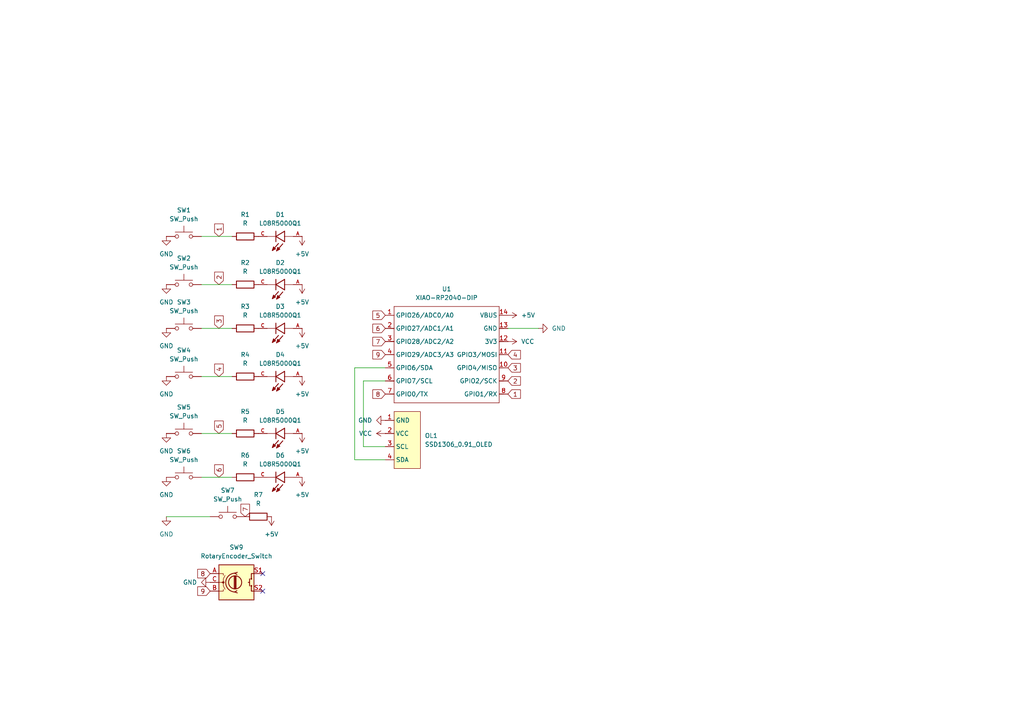
<source format=kicad_sch>
(kicad_sch
	(version 20250114)
	(generator "eeschema")
	(generator_version "9.0")
	(uuid "d8af2110-d916-4e3c-bc48-8deaa86c9600")
	(paper "A4")
	(lib_symbols
		(symbol "Device:R"
			(pin_numbers
				(hide yes)
			)
			(pin_names
				(offset 0)
			)
			(exclude_from_sim no)
			(in_bom yes)
			(on_board yes)
			(property "Reference" "R"
				(at 2.032 0 90)
				(effects
					(font
						(size 1.27 1.27)
					)
				)
			)
			(property "Value" "R"
				(at 0 0 90)
				(effects
					(font
						(size 1.27 1.27)
					)
				)
			)
			(property "Footprint" ""
				(at -1.778 0 90)
				(effects
					(font
						(size 1.27 1.27)
					)
					(hide yes)
				)
			)
			(property "Datasheet" "~"
				(at 0 0 0)
				(effects
					(font
						(size 1.27 1.27)
					)
					(hide yes)
				)
			)
			(property "Description" "Resistor"
				(at 0 0 0)
				(effects
					(font
						(size 1.27 1.27)
					)
					(hide yes)
				)
			)
			(property "ki_keywords" "R res resistor"
				(at 0 0 0)
				(effects
					(font
						(size 1.27 1.27)
					)
					(hide yes)
				)
			)
			(property "ki_fp_filters" "R_*"
				(at 0 0 0)
				(effects
					(font
						(size 1.27 1.27)
					)
					(hide yes)
				)
			)
			(symbol "R_0_1"
				(rectangle
					(start -1.016 -2.54)
					(end 1.016 2.54)
					(stroke
						(width 0.254)
						(type default)
					)
					(fill
						(type none)
					)
				)
			)
			(symbol "R_1_1"
				(pin passive line
					(at 0 3.81 270)
					(length 1.27)
					(name "~"
						(effects
							(font
								(size 1.27 1.27)
							)
						)
					)
					(number "1"
						(effects
							(font
								(size 1.27 1.27)
							)
						)
					)
				)
				(pin passive line
					(at 0 -3.81 90)
					(length 1.27)
					(name "~"
						(effects
							(font
								(size 1.27 1.27)
							)
						)
					)
					(number "2"
						(effects
							(font
								(size 1.27 1.27)
							)
						)
					)
				)
			)
			(embedded_fonts no)
		)
		(symbol "Device:RotaryEncoder_Switch"
			(pin_names
				(offset 0.254)
				(hide yes)
			)
			(exclude_from_sim no)
			(in_bom yes)
			(on_board yes)
			(property "Reference" "SW"
				(at 0 6.604 0)
				(effects
					(font
						(size 1.27 1.27)
					)
				)
			)
			(property "Value" "RotaryEncoder_Switch"
				(at 0 -6.604 0)
				(effects
					(font
						(size 1.27 1.27)
					)
				)
			)
			(property "Footprint" ""
				(at -3.81 4.064 0)
				(effects
					(font
						(size 1.27 1.27)
					)
					(hide yes)
				)
			)
			(property "Datasheet" "~"
				(at 0 6.604 0)
				(effects
					(font
						(size 1.27 1.27)
					)
					(hide yes)
				)
			)
			(property "Description" "Rotary encoder, dual channel, incremental quadrate outputs, with switch"
				(at 0 0 0)
				(effects
					(font
						(size 1.27 1.27)
					)
					(hide yes)
				)
			)
			(property "ki_keywords" "rotary switch encoder switch push button"
				(at 0 0 0)
				(effects
					(font
						(size 1.27 1.27)
					)
					(hide yes)
				)
			)
			(property "ki_fp_filters" "RotaryEncoder*Switch*"
				(at 0 0 0)
				(effects
					(font
						(size 1.27 1.27)
					)
					(hide yes)
				)
			)
			(symbol "RotaryEncoder_Switch_0_1"
				(rectangle
					(start -5.08 5.08)
					(end 5.08 -5.08)
					(stroke
						(width 0.254)
						(type default)
					)
					(fill
						(type background)
					)
				)
				(polyline
					(pts
						(xy -5.08 2.54) (xy -3.81 2.54) (xy -3.81 2.032)
					)
					(stroke
						(width 0)
						(type default)
					)
					(fill
						(type none)
					)
				)
				(polyline
					(pts
						(xy -5.08 0) (xy -3.81 0) (xy -3.81 -1.016) (xy -3.302 -2.032)
					)
					(stroke
						(width 0)
						(type default)
					)
					(fill
						(type none)
					)
				)
				(polyline
					(pts
						(xy -5.08 -2.54) (xy -3.81 -2.54) (xy -3.81 -2.032)
					)
					(stroke
						(width 0)
						(type default)
					)
					(fill
						(type none)
					)
				)
				(polyline
					(pts
						(xy -4.318 0) (xy -3.81 0) (xy -3.81 1.016) (xy -3.302 2.032)
					)
					(stroke
						(width 0)
						(type default)
					)
					(fill
						(type none)
					)
				)
				(circle
					(center -3.81 0)
					(radius 0.254)
					(stroke
						(width 0)
						(type default)
					)
					(fill
						(type outline)
					)
				)
				(polyline
					(pts
						(xy -0.635 -1.778) (xy -0.635 1.778)
					)
					(stroke
						(width 0.254)
						(type default)
					)
					(fill
						(type none)
					)
				)
				(circle
					(center -0.381 0)
					(radius 1.905)
					(stroke
						(width 0.254)
						(type default)
					)
					(fill
						(type none)
					)
				)
				(polyline
					(pts
						(xy -0.381 -1.778) (xy -0.381 1.778)
					)
					(stroke
						(width 0.254)
						(type default)
					)
					(fill
						(type none)
					)
				)
				(arc
					(start -0.381 -2.794)
					(mid -3.0988 -0.0635)
					(end -0.381 2.667)
					(stroke
						(width 0.254)
						(type default)
					)
					(fill
						(type none)
					)
				)
				(polyline
					(pts
						(xy -0.127 1.778) (xy -0.127 -1.778)
					)
					(stroke
						(width 0.254)
						(type default)
					)
					(fill
						(type none)
					)
				)
				(polyline
					(pts
						(xy 0.254 2.921) (xy -0.508 2.667) (xy 0.127 2.286)
					)
					(stroke
						(width 0.254)
						(type default)
					)
					(fill
						(type none)
					)
				)
				(polyline
					(pts
						(xy 0.254 -3.048) (xy -0.508 -2.794) (xy 0.127 -2.413)
					)
					(stroke
						(width 0.254)
						(type default)
					)
					(fill
						(type none)
					)
				)
				(polyline
					(pts
						(xy 3.81 1.016) (xy 3.81 -1.016)
					)
					(stroke
						(width 0.254)
						(type default)
					)
					(fill
						(type none)
					)
				)
				(polyline
					(pts
						(xy 3.81 0) (xy 3.429 0)
					)
					(stroke
						(width 0.254)
						(type default)
					)
					(fill
						(type none)
					)
				)
				(circle
					(center 4.318 1.016)
					(radius 0.127)
					(stroke
						(width 0.254)
						(type default)
					)
					(fill
						(type none)
					)
				)
				(circle
					(center 4.318 -1.016)
					(radius 0.127)
					(stroke
						(width 0.254)
						(type default)
					)
					(fill
						(type none)
					)
				)
				(polyline
					(pts
						(xy 5.08 2.54) (xy 4.318 2.54) (xy 4.318 1.016)
					)
					(stroke
						(width 0.254)
						(type default)
					)
					(fill
						(type none)
					)
				)
				(polyline
					(pts
						(xy 5.08 -2.54) (xy 4.318 -2.54) (xy 4.318 -1.016)
					)
					(stroke
						(width 0.254)
						(type default)
					)
					(fill
						(type none)
					)
				)
			)
			(symbol "RotaryEncoder_Switch_1_1"
				(pin passive line
					(at -7.62 2.54 0)
					(length 2.54)
					(name "A"
						(effects
							(font
								(size 1.27 1.27)
							)
						)
					)
					(number "A"
						(effects
							(font
								(size 1.27 1.27)
							)
						)
					)
				)
				(pin passive line
					(at -7.62 0 0)
					(length 2.54)
					(name "C"
						(effects
							(font
								(size 1.27 1.27)
							)
						)
					)
					(number "C"
						(effects
							(font
								(size 1.27 1.27)
							)
						)
					)
				)
				(pin passive line
					(at -7.62 -2.54 0)
					(length 2.54)
					(name "B"
						(effects
							(font
								(size 1.27 1.27)
							)
						)
					)
					(number "B"
						(effects
							(font
								(size 1.27 1.27)
							)
						)
					)
				)
				(pin passive line
					(at 7.62 2.54 180)
					(length 2.54)
					(name "S1"
						(effects
							(font
								(size 1.27 1.27)
							)
						)
					)
					(number "S1"
						(effects
							(font
								(size 1.27 1.27)
							)
						)
					)
				)
				(pin passive line
					(at 7.62 -2.54 180)
					(length 2.54)
					(name "S2"
						(effects
							(font
								(size 1.27 1.27)
							)
						)
					)
					(number "S2"
						(effects
							(font
								(size 1.27 1.27)
							)
						)
					)
				)
			)
			(embedded_fonts no)
		)
		(symbol "L08R5000Q1:L08R5000Q1"
			(pin_names
				(offset 1.016)
			)
			(exclude_from_sim no)
			(in_bom yes)
			(on_board yes)
			(property "Reference" "D"
				(at -3.0988 4.4958 0)
				(effects
					(font
						(size 1.27 1.27)
					)
					(justify left bottom)
				)
			)
			(property "Value" "L08R5000Q1"
				(at -3.556 -3.302 0)
				(effects
					(font
						(size 1.27 1.27)
					)
					(justify left bottom)
				)
			)
			(property "Footprint" "L08R5000Q1:LEDRD254W57D500H1070"
				(at 0 0 0)
				(effects
					(font
						(size 1.27 1.27)
					)
					(justify bottom)
					(hide yes)
				)
			)
			(property "Datasheet" ""
				(at 0 0 0)
				(effects
					(font
						(size 1.27 1.27)
					)
					(hide yes)
				)
			)
			(property "Description" ""
				(at 0 0 0)
				(effects
					(font
						(size 1.27 1.27)
					)
					(hide yes)
				)
			)
			(property "MF" "LED Technology"
				(at 0 0 0)
				(effects
					(font
						(size 1.27 1.27)
					)
					(justify bottom)
					(hide yes)
				)
			)
			(property "MAXIMUM_PACKAGE_HEIGHT" "10.7mm"
				(at 0 0 0)
				(effects
					(font
						(size 1.27 1.27)
					)
					(justify bottom)
					(hide yes)
				)
			)
			(property "Package" "None"
				(at 0 0 0)
				(effects
					(font
						(size 1.27 1.27)
					)
					(justify bottom)
					(hide yes)
				)
			)
			(property "Price" "None"
				(at 0 0 0)
				(effects
					(font
						(size 1.27 1.27)
					)
					(justify bottom)
					(hide yes)
				)
			)
			(property "Check_prices" "https://www.snapeda.com/parts/L08R5000Q1/LED+Technology/view-part/?ref=eda"
				(at 0 0 0)
				(effects
					(font
						(size 1.27 1.27)
					)
					(justify bottom)
					(hide yes)
				)
			)
			(property "STANDARD" "IPC-7351B"
				(at 0 0 0)
				(effects
					(font
						(size 1.27 1.27)
					)
					(justify bottom)
					(hide yes)
				)
			)
			(property "PARTREV" "NA"
				(at 0 0 0)
				(effects
					(font
						(size 1.27 1.27)
					)
					(justify bottom)
					(hide yes)
				)
			)
			(property "SnapEDA_Link" "https://www.snapeda.com/parts/L08R5000Q1/LED+Technology/view-part/?ref=snap"
				(at 0 0 0)
				(effects
					(font
						(size 1.27 1.27)
					)
					(justify bottom)
					(hide yes)
				)
			)
			(property "MP" "L08R5000Q1"
				(at 0 0 0)
				(effects
					(font
						(size 1.27 1.27)
					)
					(justify bottom)
					(hide yes)
				)
			)
			(property "Description_1" "LED, 5MM, ORANGE; LED / Lamp Size: 5mm / T-1 3/4; LED Colour: Orange; Typ Luminous Intensity: 4.3mcd; Viewing Angle: ..."
				(at 0 0 0)
				(effects
					(font
						(size 1.27 1.27)
					)
					(justify bottom)
					(hide yes)
				)
			)
			(property "Availability" "Not in stock"
				(at 0 0 0)
				(effects
					(font
						(size 1.27 1.27)
					)
					(justify bottom)
					(hide yes)
				)
			)
			(property "MANUFACTURER" "LED TECHNOLOGY"
				(at 0 0 0)
				(effects
					(font
						(size 1.27 1.27)
					)
					(justify bottom)
					(hide yes)
				)
			)
			(symbol "L08R5000Q1_0_0"
				(polyline
					(pts
						(xy -2.54 1.524) (xy -2.54 0)
					)
					(stroke
						(width 0.254)
						(type default)
					)
					(fill
						(type none)
					)
				)
				(polyline
					(pts
						(xy -2.54 0) (xy -5.08 0)
					)
					(stroke
						(width 0.1524)
						(type default)
					)
					(fill
						(type none)
					)
				)
				(polyline
					(pts
						(xy -2.54 0) (xy -2.54 -1.524)
					)
					(stroke
						(width 0.254)
						(type default)
					)
					(fill
						(type none)
					)
				)
				(polyline
					(pts
						(xy -2.54 -1.524) (xy 0 0)
					)
					(stroke
						(width 0.254)
						(type default)
					)
					(fill
						(type none)
					)
				)
				(polyline
					(pts
						(xy -1.1176 3.683) (xy -0.2286 4.1656)
					)
					(stroke
						(width 0.254)
						(type default)
					)
					(fill
						(type none)
					)
				)
				(polyline
					(pts
						(xy -0.9398 3.6068) (xy -0.7112 3.7592)
					)
					(stroke
						(width 0.254)
						(type default)
					)
					(fill
						(type none)
					)
				)
				(polyline
					(pts
						(xy -0.5588 3.2004) (xy -1.1176 3.683)
					)
					(stroke
						(width 0.254)
						(type default)
					)
					(fill
						(type none)
					)
				)
				(polyline
					(pts
						(xy -0.5588 3.2004) (xy -0.5334 3.937)
					)
					(stroke
						(width 0.254)
						(type default)
					)
					(fill
						(type none)
					)
				)
				(polyline
					(pts
						(xy -0.5334 3.937) (xy -0.6604 3.937)
					)
					(stroke
						(width 0.254)
						(type default)
					)
					(fill
						(type none)
					)
				)
				(polyline
					(pts
						(xy -0.2286 4.1656) (xy -2.0066 2.1336)
					)
					(stroke
						(width 0.254)
						(type default)
					)
					(fill
						(type none)
					)
				)
				(polyline
					(pts
						(xy -0.2286 4.1656) (xy -0.5588 3.2004)
					)
					(stroke
						(width 0.254)
						(type default)
					)
					(fill
						(type none)
					)
				)
				(polyline
					(pts
						(xy 0 1.524) (xy 0 0)
					)
					(stroke
						(width 0.254)
						(type default)
					)
					(fill
						(type none)
					)
				)
				(polyline
					(pts
						(xy 0 0) (xy -2.54 1.524)
					)
					(stroke
						(width 0.254)
						(type default)
					)
					(fill
						(type none)
					)
				)
				(polyline
					(pts
						(xy 0 0) (xy 0 -1.524)
					)
					(stroke
						(width 0.254)
						(type default)
					)
					(fill
						(type none)
					)
				)
				(polyline
					(pts
						(xy 0.127 3.5814) (xy 1.016 4.064)
					)
					(stroke
						(width 0.254)
						(type default)
					)
					(fill
						(type none)
					)
				)
				(polyline
					(pts
						(xy 0.3048 3.5052) (xy 0.5334 3.6576)
					)
					(stroke
						(width 0.254)
						(type default)
					)
					(fill
						(type none)
					)
				)
				(polyline
					(pts
						(xy 0.6858 3.0988) (xy 0.127 3.5814)
					)
					(stroke
						(width 0.254)
						(type default)
					)
					(fill
						(type none)
					)
				)
				(polyline
					(pts
						(xy 0.6858 3.0988) (xy 0.7112 3.8354)
					)
					(stroke
						(width 0.254)
						(type default)
					)
					(fill
						(type none)
					)
				)
				(polyline
					(pts
						(xy 0.7112 3.8354) (xy 0.5842 3.8354)
					)
					(stroke
						(width 0.254)
						(type default)
					)
					(fill
						(type none)
					)
				)
				(polyline
					(pts
						(xy 1.016 4.064) (xy -0.762 2.032)
					)
					(stroke
						(width 0.254)
						(type default)
					)
					(fill
						(type none)
					)
				)
				(polyline
					(pts
						(xy 1.016 4.064) (xy 0.6858 3.0988)
					)
					(stroke
						(width 0.254)
						(type default)
					)
					(fill
						(type none)
					)
				)
				(polyline
					(pts
						(xy 2.54 0) (xy 0 0)
					)
					(stroke
						(width 0.1524)
						(type default)
					)
					(fill
						(type none)
					)
				)
				(pin passive line
					(at -7.62 0 0)
					(length 2.54)
					(name "~"
						(effects
							(font
								(size 1.016 1.016)
							)
						)
					)
					(number "A"
						(effects
							(font
								(size 1.016 1.016)
							)
						)
					)
				)
				(pin passive line
					(at 5.08 0 180)
					(length 2.54)
					(name "~"
						(effects
							(font
								(size 1.016 1.016)
							)
						)
					)
					(number "C"
						(effects
							(font
								(size 1.016 1.016)
							)
						)
					)
				)
			)
			(embedded_fonts no)
		)
		(symbol "SSD1306_0.91_OLED:SSD1306-0.91-OLED"
			(exclude_from_sim no)
			(in_bom yes)
			(on_board yes)
			(property "Reference" "OL"
				(at 8.128 3.556 0)
				(effects
					(font
						(size 1.27 1.27)
					)
				)
			)
			(property "Value" "SSD1306_0.91_OLED"
				(at 8.128 1.524 0)
				(effects
					(font
						(size 1.27 1.27)
					)
				)
			)
			(property "Footprint" ""
				(at 7.62 1.27 0)
				(effects
					(font
						(size 1.27 1.27)
					)
					(hide yes)
				)
			)
			(property "Datasheet" ""
				(at 7.62 1.27 0)
				(effects
					(font
						(size 1.27 1.27)
					)
					(hide yes)
				)
			)
			(property "Description" ""
				(at 7.62 1.27 0)
				(effects
					(font
						(size 1.27 1.27)
					)
					(hide yes)
				)
			)
			(symbol "SSD1306-0.91-OLED_1_1"
				(rectangle
					(start 0 0)
					(end 16.51 -7.62)
					(stroke
						(width 0)
						(type solid)
					)
					(fill
						(type background)
					)
				)
				(pin passive line
					(at 2.54 -10.16 90)
					(length 2.54)
					(name "GND"
						(effects
							(font
								(size 1.27 1.27)
							)
						)
					)
					(number "1"
						(effects
							(font
								(size 1.27 1.27)
							)
						)
					)
				)
				(pin passive line
					(at 6.35 -10.16 90)
					(length 2.54)
					(name "VCC"
						(effects
							(font
								(size 1.27 1.27)
							)
						)
					)
					(number "2"
						(effects
							(font
								(size 1.27 1.27)
							)
						)
					)
				)
				(pin passive line
					(at 10.16 -10.16 90)
					(length 2.54)
					(name "SCL"
						(effects
							(font
								(size 1.27 1.27)
							)
						)
					)
					(number "3"
						(effects
							(font
								(size 1.27 1.27)
							)
						)
					)
				)
				(pin passive line
					(at 13.97 -10.16 90)
					(length 2.54)
					(name "SDA"
						(effects
							(font
								(size 1.27 1.27)
							)
						)
					)
					(number "4"
						(effects
							(font
								(size 1.27 1.27)
							)
						)
					)
				)
			)
			(embedded_fonts no)
		)
		(symbol "Seeed_Studio_XIAO_Series:XIAO-RP2040-DIP"
			(exclude_from_sim no)
			(in_bom yes)
			(on_board yes)
			(property "Reference" "U"
				(at 0 0 0)
				(effects
					(font
						(size 1.27 1.27)
					)
				)
			)
			(property "Value" "XIAO-RP2040-DIP"
				(at 5.334 -1.778 0)
				(effects
					(font
						(size 1.27 1.27)
					)
				)
			)
			(property "Footprint" "Module:MOUDLE14P-XIAO-DIP-SMD"
				(at 14.478 -32.258 0)
				(effects
					(font
						(size 1.27 1.27)
					)
					(hide yes)
				)
			)
			(property "Datasheet" ""
				(at 0 0 0)
				(effects
					(font
						(size 1.27 1.27)
					)
					(hide yes)
				)
			)
			(property "Description" ""
				(at 0 0 0)
				(effects
					(font
						(size 1.27 1.27)
					)
					(hide yes)
				)
			)
			(symbol "XIAO-RP2040-DIP_1_0"
				(polyline
					(pts
						(xy -1.27 -2.54) (xy 29.21 -2.54)
					)
					(stroke
						(width 0.1524)
						(type solid)
					)
					(fill
						(type none)
					)
				)
				(polyline
					(pts
						(xy -1.27 -5.08) (xy -2.54 -5.08)
					)
					(stroke
						(width 0.1524)
						(type solid)
					)
					(fill
						(type none)
					)
				)
				(polyline
					(pts
						(xy -1.27 -5.08) (xy -1.27 -2.54)
					)
					(stroke
						(width 0.1524)
						(type solid)
					)
					(fill
						(type none)
					)
				)
				(polyline
					(pts
						(xy -1.27 -8.89) (xy -2.54 -8.89)
					)
					(stroke
						(width 0.1524)
						(type solid)
					)
					(fill
						(type none)
					)
				)
				(polyline
					(pts
						(xy -1.27 -8.89) (xy -1.27 -5.08)
					)
					(stroke
						(width 0.1524)
						(type solid)
					)
					(fill
						(type none)
					)
				)
				(polyline
					(pts
						(xy -1.27 -12.7) (xy -2.54 -12.7)
					)
					(stroke
						(width 0.1524)
						(type solid)
					)
					(fill
						(type none)
					)
				)
				(polyline
					(pts
						(xy -1.27 -12.7) (xy -1.27 -8.89)
					)
					(stroke
						(width 0.1524)
						(type solid)
					)
					(fill
						(type none)
					)
				)
				(polyline
					(pts
						(xy -1.27 -16.51) (xy -2.54 -16.51)
					)
					(stroke
						(width 0.1524)
						(type solid)
					)
					(fill
						(type none)
					)
				)
				(polyline
					(pts
						(xy -1.27 -16.51) (xy -1.27 -12.7)
					)
					(stroke
						(width 0.1524)
						(type solid)
					)
					(fill
						(type none)
					)
				)
				(polyline
					(pts
						(xy -1.27 -20.32) (xy -2.54 -20.32)
					)
					(stroke
						(width 0.1524)
						(type solid)
					)
					(fill
						(type none)
					)
				)
				(polyline
					(pts
						(xy -1.27 -24.13) (xy -2.54 -24.13)
					)
					(stroke
						(width 0.1524)
						(type solid)
					)
					(fill
						(type none)
					)
				)
				(polyline
					(pts
						(xy -1.27 -27.94) (xy -2.54 -27.94)
					)
					(stroke
						(width 0.1524)
						(type solid)
					)
					(fill
						(type none)
					)
				)
				(polyline
					(pts
						(xy -1.27 -30.48) (xy -1.27 -16.51)
					)
					(stroke
						(width 0.1524)
						(type solid)
					)
					(fill
						(type none)
					)
				)
				(polyline
					(pts
						(xy 29.21 -2.54) (xy 29.21 -5.08)
					)
					(stroke
						(width 0.1524)
						(type solid)
					)
					(fill
						(type none)
					)
				)
				(polyline
					(pts
						(xy 29.21 -5.08) (xy 29.21 -8.89)
					)
					(stroke
						(width 0.1524)
						(type solid)
					)
					(fill
						(type none)
					)
				)
				(polyline
					(pts
						(xy 29.21 -8.89) (xy 29.21 -12.7)
					)
					(stroke
						(width 0.1524)
						(type solid)
					)
					(fill
						(type none)
					)
				)
				(polyline
					(pts
						(xy 29.21 -12.7) (xy 29.21 -30.48)
					)
					(stroke
						(width 0.1524)
						(type solid)
					)
					(fill
						(type none)
					)
				)
				(polyline
					(pts
						(xy 29.21 -30.48) (xy -1.27 -30.48)
					)
					(stroke
						(width 0.1524)
						(type solid)
					)
					(fill
						(type none)
					)
				)
				(polyline
					(pts
						(xy 30.48 -5.08) (xy 29.21 -5.08)
					)
					(stroke
						(width 0.1524)
						(type solid)
					)
					(fill
						(type none)
					)
				)
				(polyline
					(pts
						(xy 30.48 -8.89) (xy 29.21 -8.89)
					)
					(stroke
						(width 0.1524)
						(type solid)
					)
					(fill
						(type none)
					)
				)
				(polyline
					(pts
						(xy 30.48 -12.7) (xy 29.21 -12.7)
					)
					(stroke
						(width 0.1524)
						(type solid)
					)
					(fill
						(type none)
					)
				)
				(polyline
					(pts
						(xy 30.48 -16.51) (xy 29.21 -16.51)
					)
					(stroke
						(width 0.1524)
						(type solid)
					)
					(fill
						(type none)
					)
				)
				(polyline
					(pts
						(xy 30.48 -20.32) (xy 29.21 -20.32)
					)
					(stroke
						(width 0.1524)
						(type solid)
					)
					(fill
						(type none)
					)
				)
				(polyline
					(pts
						(xy 30.48 -24.13) (xy 29.21 -24.13)
					)
					(stroke
						(width 0.1524)
						(type solid)
					)
					(fill
						(type none)
					)
				)
				(polyline
					(pts
						(xy 30.48 -27.94) (xy 29.21 -27.94)
					)
					(stroke
						(width 0.1524)
						(type solid)
					)
					(fill
						(type none)
					)
				)
				(pin passive line
					(at -3.81 -5.08 0)
					(length 2.54)
					(name "GPIO26/ADC0/A0"
						(effects
							(font
								(size 1.27 1.27)
							)
						)
					)
					(number "1"
						(effects
							(font
								(size 1.27 1.27)
							)
						)
					)
				)
				(pin passive line
					(at -3.81 -8.89 0)
					(length 2.54)
					(name "GPIO27/ADC1/A1"
						(effects
							(font
								(size 1.27 1.27)
							)
						)
					)
					(number "2"
						(effects
							(font
								(size 1.27 1.27)
							)
						)
					)
				)
				(pin passive line
					(at -3.81 -12.7 0)
					(length 2.54)
					(name "GPIO28/ADC2/A2"
						(effects
							(font
								(size 1.27 1.27)
							)
						)
					)
					(number "3"
						(effects
							(font
								(size 1.27 1.27)
							)
						)
					)
				)
				(pin passive line
					(at -3.81 -16.51 0)
					(length 2.54)
					(name "GPIO29/ADC3/A3"
						(effects
							(font
								(size 1.27 1.27)
							)
						)
					)
					(number "4"
						(effects
							(font
								(size 1.27 1.27)
							)
						)
					)
				)
				(pin passive line
					(at -3.81 -20.32 0)
					(length 2.54)
					(name "GPIO6/SDA"
						(effects
							(font
								(size 1.27 1.27)
							)
						)
					)
					(number "5"
						(effects
							(font
								(size 1.27 1.27)
							)
						)
					)
				)
				(pin passive line
					(at -3.81 -24.13 0)
					(length 2.54)
					(name "GPIO7/SCL"
						(effects
							(font
								(size 1.27 1.27)
							)
						)
					)
					(number "6"
						(effects
							(font
								(size 1.27 1.27)
							)
						)
					)
				)
				(pin passive line
					(at -3.81 -27.94 0)
					(length 2.54)
					(name "GPIO0/TX"
						(effects
							(font
								(size 1.27 1.27)
							)
						)
					)
					(number "7"
						(effects
							(font
								(size 1.27 1.27)
							)
						)
					)
				)
				(pin passive line
					(at 31.75 -5.08 180)
					(length 2.54)
					(name "VBUS"
						(effects
							(font
								(size 1.27 1.27)
							)
						)
					)
					(number "14"
						(effects
							(font
								(size 1.27 1.27)
							)
						)
					)
				)
				(pin passive line
					(at 31.75 -8.89 180)
					(length 2.54)
					(name "GND"
						(effects
							(font
								(size 1.27 1.27)
							)
						)
					)
					(number "13"
						(effects
							(font
								(size 1.27 1.27)
							)
						)
					)
				)
				(pin passive line
					(at 31.75 -12.7 180)
					(length 2.54)
					(name "3V3"
						(effects
							(font
								(size 1.27 1.27)
							)
						)
					)
					(number "12"
						(effects
							(font
								(size 1.27 1.27)
							)
						)
					)
				)
				(pin passive line
					(at 31.75 -16.51 180)
					(length 2.54)
					(name "GPIO3/MOSI"
						(effects
							(font
								(size 1.27 1.27)
							)
						)
					)
					(number "11"
						(effects
							(font
								(size 1.27 1.27)
							)
						)
					)
				)
				(pin passive line
					(at 31.75 -20.32 180)
					(length 2.54)
					(name "GPIO4/MISO"
						(effects
							(font
								(size 1.27 1.27)
							)
						)
					)
					(number "10"
						(effects
							(font
								(size 1.27 1.27)
							)
						)
					)
				)
				(pin passive line
					(at 31.75 -24.13 180)
					(length 2.54)
					(name "GPIO2/SCK"
						(effects
							(font
								(size 1.27 1.27)
							)
						)
					)
					(number "9"
						(effects
							(font
								(size 1.27 1.27)
							)
						)
					)
				)
				(pin passive line
					(at 31.75 -27.94 180)
					(length 2.54)
					(name "GPIO1/RX"
						(effects
							(font
								(size 1.27 1.27)
							)
						)
					)
					(number "8"
						(effects
							(font
								(size 1.27 1.27)
							)
						)
					)
				)
			)
			(embedded_fonts no)
		)
		(symbol "Switch:SW_Push"
			(pin_numbers
				(hide yes)
			)
			(pin_names
				(offset 1.016)
				(hide yes)
			)
			(exclude_from_sim no)
			(in_bom yes)
			(on_board yes)
			(property "Reference" "SW"
				(at 1.27 2.54 0)
				(effects
					(font
						(size 1.27 1.27)
					)
					(justify left)
				)
			)
			(property "Value" "SW_Push"
				(at 0 -1.524 0)
				(effects
					(font
						(size 1.27 1.27)
					)
				)
			)
			(property "Footprint" ""
				(at 0 5.08 0)
				(effects
					(font
						(size 1.27 1.27)
					)
					(hide yes)
				)
			)
			(property "Datasheet" "~"
				(at 0 5.08 0)
				(effects
					(font
						(size 1.27 1.27)
					)
					(hide yes)
				)
			)
			(property "Description" "Push button switch, generic, two pins"
				(at 0 0 0)
				(effects
					(font
						(size 1.27 1.27)
					)
					(hide yes)
				)
			)
			(property "ki_keywords" "switch normally-open pushbutton push-button"
				(at 0 0 0)
				(effects
					(font
						(size 1.27 1.27)
					)
					(hide yes)
				)
			)
			(symbol "SW_Push_0_1"
				(circle
					(center -2.032 0)
					(radius 0.508)
					(stroke
						(width 0)
						(type default)
					)
					(fill
						(type none)
					)
				)
				(polyline
					(pts
						(xy 0 1.27) (xy 0 3.048)
					)
					(stroke
						(width 0)
						(type default)
					)
					(fill
						(type none)
					)
				)
				(circle
					(center 2.032 0)
					(radius 0.508)
					(stroke
						(width 0)
						(type default)
					)
					(fill
						(type none)
					)
				)
				(polyline
					(pts
						(xy 2.54 1.27) (xy -2.54 1.27)
					)
					(stroke
						(width 0)
						(type default)
					)
					(fill
						(type none)
					)
				)
				(pin passive line
					(at -5.08 0 0)
					(length 2.54)
					(name "1"
						(effects
							(font
								(size 1.27 1.27)
							)
						)
					)
					(number "1"
						(effects
							(font
								(size 1.27 1.27)
							)
						)
					)
				)
				(pin passive line
					(at 5.08 0 180)
					(length 2.54)
					(name "2"
						(effects
							(font
								(size 1.27 1.27)
							)
						)
					)
					(number "2"
						(effects
							(font
								(size 1.27 1.27)
							)
						)
					)
				)
			)
			(embedded_fonts no)
		)
		(symbol "power:+5V"
			(power)
			(pin_numbers
				(hide yes)
			)
			(pin_names
				(offset 0)
				(hide yes)
			)
			(exclude_from_sim no)
			(in_bom yes)
			(on_board yes)
			(property "Reference" "#PWR"
				(at 0 -3.81 0)
				(effects
					(font
						(size 1.27 1.27)
					)
					(hide yes)
				)
			)
			(property "Value" "+5V"
				(at 0 3.556 0)
				(effects
					(font
						(size 1.27 1.27)
					)
				)
			)
			(property "Footprint" ""
				(at 0 0 0)
				(effects
					(font
						(size 1.27 1.27)
					)
					(hide yes)
				)
			)
			(property "Datasheet" ""
				(at 0 0 0)
				(effects
					(font
						(size 1.27 1.27)
					)
					(hide yes)
				)
			)
			(property "Description" "Power symbol creates a global label with name \"+5V\""
				(at 0 0 0)
				(effects
					(font
						(size 1.27 1.27)
					)
					(hide yes)
				)
			)
			(property "ki_keywords" "global power"
				(at 0 0 0)
				(effects
					(font
						(size 1.27 1.27)
					)
					(hide yes)
				)
			)
			(symbol "+5V_0_1"
				(polyline
					(pts
						(xy -0.762 1.27) (xy 0 2.54)
					)
					(stroke
						(width 0)
						(type default)
					)
					(fill
						(type none)
					)
				)
				(polyline
					(pts
						(xy 0 2.54) (xy 0.762 1.27)
					)
					(stroke
						(width 0)
						(type default)
					)
					(fill
						(type none)
					)
				)
				(polyline
					(pts
						(xy 0 0) (xy 0 2.54)
					)
					(stroke
						(width 0)
						(type default)
					)
					(fill
						(type none)
					)
				)
			)
			(symbol "+5V_1_1"
				(pin power_in line
					(at 0 0 90)
					(length 0)
					(name "~"
						(effects
							(font
								(size 1.27 1.27)
							)
						)
					)
					(number "1"
						(effects
							(font
								(size 1.27 1.27)
							)
						)
					)
				)
			)
			(embedded_fonts no)
		)
		(symbol "power:GND"
			(power)
			(pin_numbers
				(hide yes)
			)
			(pin_names
				(offset 0)
				(hide yes)
			)
			(exclude_from_sim no)
			(in_bom yes)
			(on_board yes)
			(property "Reference" "#PWR"
				(at 0 -6.35 0)
				(effects
					(font
						(size 1.27 1.27)
					)
					(hide yes)
				)
			)
			(property "Value" "GND"
				(at 0 -3.81 0)
				(effects
					(font
						(size 1.27 1.27)
					)
				)
			)
			(property "Footprint" ""
				(at 0 0 0)
				(effects
					(font
						(size 1.27 1.27)
					)
					(hide yes)
				)
			)
			(property "Datasheet" ""
				(at 0 0 0)
				(effects
					(font
						(size 1.27 1.27)
					)
					(hide yes)
				)
			)
			(property "Description" "Power symbol creates a global label with name \"GND\" , ground"
				(at 0 0 0)
				(effects
					(font
						(size 1.27 1.27)
					)
					(hide yes)
				)
			)
			(property "ki_keywords" "global power"
				(at 0 0 0)
				(effects
					(font
						(size 1.27 1.27)
					)
					(hide yes)
				)
			)
			(symbol "GND_0_1"
				(polyline
					(pts
						(xy 0 0) (xy 0 -1.27) (xy 1.27 -1.27) (xy 0 -2.54) (xy -1.27 -1.27) (xy 0 -1.27)
					)
					(stroke
						(width 0)
						(type default)
					)
					(fill
						(type none)
					)
				)
			)
			(symbol "GND_1_1"
				(pin power_in line
					(at 0 0 270)
					(length 0)
					(name "~"
						(effects
							(font
								(size 1.27 1.27)
							)
						)
					)
					(number "1"
						(effects
							(font
								(size 1.27 1.27)
							)
						)
					)
				)
			)
			(embedded_fonts no)
		)
		(symbol "power:VCC"
			(power)
			(pin_numbers
				(hide yes)
			)
			(pin_names
				(offset 0)
				(hide yes)
			)
			(exclude_from_sim no)
			(in_bom yes)
			(on_board yes)
			(property "Reference" "#PWR"
				(at 0 -3.81 0)
				(effects
					(font
						(size 1.27 1.27)
					)
					(hide yes)
				)
			)
			(property "Value" "VCC"
				(at 0 3.556 0)
				(effects
					(font
						(size 1.27 1.27)
					)
				)
			)
			(property "Footprint" ""
				(at 0 0 0)
				(effects
					(font
						(size 1.27 1.27)
					)
					(hide yes)
				)
			)
			(property "Datasheet" ""
				(at 0 0 0)
				(effects
					(font
						(size 1.27 1.27)
					)
					(hide yes)
				)
			)
			(property "Description" "Power symbol creates a global label with name \"VCC\""
				(at 0 0 0)
				(effects
					(font
						(size 1.27 1.27)
					)
					(hide yes)
				)
			)
			(property "ki_keywords" "global power"
				(at 0 0 0)
				(effects
					(font
						(size 1.27 1.27)
					)
					(hide yes)
				)
			)
			(symbol "VCC_0_1"
				(polyline
					(pts
						(xy -0.762 1.27) (xy 0 2.54)
					)
					(stroke
						(width 0)
						(type default)
					)
					(fill
						(type none)
					)
				)
				(polyline
					(pts
						(xy 0 2.54) (xy 0.762 1.27)
					)
					(stroke
						(width 0)
						(type default)
					)
					(fill
						(type none)
					)
				)
				(polyline
					(pts
						(xy 0 0) (xy 0 2.54)
					)
					(stroke
						(width 0)
						(type default)
					)
					(fill
						(type none)
					)
				)
			)
			(symbol "VCC_1_1"
				(pin power_in line
					(at 0 0 90)
					(length 0)
					(name "~"
						(effects
							(font
								(size 1.27 1.27)
							)
						)
					)
					(number "1"
						(effects
							(font
								(size 1.27 1.27)
							)
						)
					)
				)
			)
			(embedded_fonts no)
		)
	)
	(no_connect
		(at 76.2 171.45)
		(uuid "1a4eca26-10df-4a3d-9004-5931bec8b511")
	)
	(no_connect
		(at 76.2 166.37)
		(uuid "539a3b59-030d-4212-b94c-2a50159d1732")
	)
	(wire
		(pts
			(xy 58.42 95.25) (xy 67.31 95.25)
		)
		(stroke
			(width 0)
			(type default)
		)
		(uuid "039cddea-0ff8-4263-bdaa-6bbc2664e53b")
	)
	(wire
		(pts
			(xy 58.42 138.43) (xy 67.31 138.43)
		)
		(stroke
			(width 0)
			(type default)
		)
		(uuid "10aef293-cf52-4029-937e-479db77e9fdc")
	)
	(wire
		(pts
			(xy 102.87 106.68) (xy 111.76 106.68)
		)
		(stroke
			(width 0)
			(type default)
		)
		(uuid "232f9498-1966-462d-bc35-2e9b09a396a8")
	)
	(wire
		(pts
			(xy 147.32 95.25) (xy 156.21 95.25)
		)
		(stroke
			(width 0)
			(type default)
		)
		(uuid "281f9364-93b6-4a45-be20-f6c85e6593e4")
	)
	(wire
		(pts
			(xy 105.41 129.54) (xy 105.41 110.49)
		)
		(stroke
			(width 0)
			(type default)
		)
		(uuid "4a37f5af-1d66-48c5-9077-52be1b5e99b2")
	)
	(wire
		(pts
			(xy 58.42 109.22) (xy 67.31 109.22)
		)
		(stroke
			(width 0)
			(type default)
		)
		(uuid "5191d6f4-3b6a-43d7-a375-fb6856cb80fa")
	)
	(wire
		(pts
			(xy 48.26 149.86) (xy 60.96 149.86)
		)
		(stroke
			(width 0)
			(type default)
		)
		(uuid "5b292636-864a-48e3-a3f8-593687f05e94")
	)
	(wire
		(pts
			(xy 58.42 82.55) (xy 67.31 82.55)
		)
		(stroke
			(width 0)
			(type default)
		)
		(uuid "7972bde0-4874-414f-8348-e284558b58f6")
	)
	(wire
		(pts
			(xy 58.42 68.58) (xy 67.31 68.58)
		)
		(stroke
			(width 0)
			(type default)
		)
		(uuid "7e09fc6a-55b3-4310-a7ac-b9363ce6e1b1")
	)
	(wire
		(pts
			(xy 105.41 110.49) (xy 111.76 110.49)
		)
		(stroke
			(width 0)
			(type default)
		)
		(uuid "87f117a8-425e-48a1-b088-ee3cde821dc9")
	)
	(wire
		(pts
			(xy 111.76 129.54) (xy 105.41 129.54)
		)
		(stroke
			(width 0)
			(type default)
		)
		(uuid "ad8c0c18-659c-434e-b750-4ff0f436a249")
	)
	(wire
		(pts
			(xy 111.76 133.35) (xy 102.87 133.35)
		)
		(stroke
			(width 0)
			(type default)
		)
		(uuid "cc626cea-1d5a-4c67-9c4d-b853a9d2d09b")
	)
	(wire
		(pts
			(xy 58.42 125.73) (xy 67.31 125.73)
		)
		(stroke
			(width 0)
			(type default)
		)
		(uuid "e68e5b8a-e60e-421f-9f38-ede6ffc7bbbd")
	)
	(wire
		(pts
			(xy 102.87 133.35) (xy 102.87 106.68)
		)
		(stroke
			(width 0)
			(type default)
		)
		(uuid "e76f9fb0-9c83-4bd4-a5f2-ca15d7df1ab6")
	)
	(global_label "5"
		(shape input)
		(at 63.5 125.73 90)
		(fields_autoplaced yes)
		(effects
			(font
				(size 1.27 1.27)
			)
			(justify left)
		)
		(uuid "1ddc0d6d-d75a-44b1-a66d-a9b8f56438b3")
		(property "Intersheetrefs" "${INTERSHEET_REFS}"
			(at 63.5 121.5353 90)
			(effects
				(font
					(size 1.27 1.27)
				)
				(justify left)
				(hide yes)
			)
		)
	)
	(global_label "7"
		(shape input)
		(at 111.76 99.06 180)
		(fields_autoplaced yes)
		(effects
			(font
				(size 1.27 1.27)
			)
			(justify right)
		)
		(uuid "3db81ef6-2b16-4faf-9555-24ceab285089")
		(property "Intersheetrefs" "${INTERSHEET_REFS}"
			(at 107.5653 99.06 0)
			(effects
				(font
					(size 1.27 1.27)
				)
				(justify right)
				(hide yes)
			)
		)
	)
	(global_label "7"
		(shape input)
		(at 71.12 149.86 90)
		(fields_autoplaced yes)
		(effects
			(font
				(size 1.27 1.27)
			)
			(justify left)
		)
		(uuid "5a2ce9a0-9a15-47ea-9534-9e459d25fa33")
		(property "Intersheetrefs" "${INTERSHEET_REFS}"
			(at 71.12 145.6653 90)
			(effects
				(font
					(size 1.27 1.27)
				)
				(justify left)
				(hide yes)
			)
		)
	)
	(global_label "6"
		(shape input)
		(at 63.5 138.43 90)
		(fields_autoplaced yes)
		(effects
			(font
				(size 1.27 1.27)
			)
			(justify left)
		)
		(uuid "66223ddc-63e1-4f7a-8156-844a5c383700")
		(property "Intersheetrefs" "${INTERSHEET_REFS}"
			(at 63.5 134.2353 90)
			(effects
				(font
					(size 1.27 1.27)
				)
				(justify left)
				(hide yes)
			)
		)
	)
	(global_label "1"
		(shape input)
		(at 147.32 114.3 0)
		(fields_autoplaced yes)
		(effects
			(font
				(size 1.27 1.27)
			)
			(justify left)
		)
		(uuid "7681ac60-aab2-426b-95d0-7e6dae761f25")
		(property "Intersheetrefs" "${INTERSHEET_REFS}"
			(at 151.5147 114.3 0)
			(effects
				(font
					(size 1.27 1.27)
				)
				(justify left)
				(hide yes)
			)
		)
	)
	(global_label "9"
		(shape input)
		(at 60.96 171.45 180)
		(fields_autoplaced yes)
		(effects
			(font
				(size 1.27 1.27)
			)
			(justify right)
		)
		(uuid "76b0f766-17dd-40da-8067-1e378d7ac7ad")
		(property "Intersheetrefs" "${INTERSHEET_REFS}"
			(at 56.7653 171.45 0)
			(effects
				(font
					(size 1.27 1.27)
				)
				(justify right)
				(hide yes)
			)
		)
	)
	(global_label "8"
		(shape input)
		(at 111.76 114.3 180)
		(fields_autoplaced yes)
		(effects
			(font
				(size 1.27 1.27)
			)
			(justify right)
		)
		(uuid "7c120db9-9988-4458-879b-90e397876877")
		(property "Intersheetrefs" "${INTERSHEET_REFS}"
			(at 107.5653 114.3 0)
			(effects
				(font
					(size 1.27 1.27)
				)
				(justify right)
				(hide yes)
			)
		)
	)
	(global_label "2"
		(shape input)
		(at 63.5 82.55 90)
		(fields_autoplaced yes)
		(effects
			(font
				(size 1.27 1.27)
			)
			(justify left)
		)
		(uuid "80900844-9d7d-4c4f-a61b-006e82420da7")
		(property "Intersheetrefs" "${INTERSHEET_REFS}"
			(at 63.5 78.3553 90)
			(effects
				(font
					(size 1.27 1.27)
				)
				(justify left)
				(hide yes)
			)
		)
	)
	(global_label "1"
		(shape input)
		(at 63.5 68.58 90)
		(fields_autoplaced yes)
		(effects
			(font
				(size 1.27 1.27)
			)
			(justify left)
		)
		(uuid "8542af04-900c-44f9-ba9d-3f79732fdf18")
		(property "Intersheetrefs" "${INTERSHEET_REFS}"
			(at 63.5 64.3853 90)
			(effects
				(font
					(size 1.27 1.27)
				)
				(justify left)
				(hide yes)
			)
		)
	)
	(global_label "4"
		(shape input)
		(at 147.32 102.87 0)
		(fields_autoplaced yes)
		(effects
			(font
				(size 1.27 1.27)
			)
			(justify left)
		)
		(uuid "98d74adf-85b0-42c2-8dd9-f6b089fec11b")
		(property "Intersheetrefs" "${INTERSHEET_REFS}"
			(at 151.5147 102.87 0)
			(effects
				(font
					(size 1.27 1.27)
				)
				(justify left)
				(hide yes)
			)
		)
	)
	(global_label "6"
		(shape input)
		(at 111.76 95.25 180)
		(fields_autoplaced yes)
		(effects
			(font
				(size 1.27 1.27)
			)
			(justify right)
		)
		(uuid "9a0710a5-c935-460a-8c91-1bf838a1cf9c")
		(property "Intersheetrefs" "${INTERSHEET_REFS}"
			(at 107.5653 95.25 0)
			(effects
				(font
					(size 1.27 1.27)
				)
				(justify right)
				(hide yes)
			)
		)
	)
	(global_label "5"
		(shape input)
		(at 111.76 91.44 180)
		(fields_autoplaced yes)
		(effects
			(font
				(size 1.27 1.27)
			)
			(justify right)
		)
		(uuid "ae252360-cc4b-494c-80fa-b2aaf7aafea4")
		(property "Intersheetrefs" "${INTERSHEET_REFS}"
			(at 107.5653 91.44 0)
			(effects
				(font
					(size 1.27 1.27)
				)
				(justify right)
				(hide yes)
			)
		)
	)
	(global_label "4"
		(shape input)
		(at 63.5 109.22 90)
		(fields_autoplaced yes)
		(effects
			(font
				(size 1.27 1.27)
			)
			(justify left)
		)
		(uuid "afd285d7-ffe2-40fa-85a3-c847d156dbb9")
		(property "Intersheetrefs" "${INTERSHEET_REFS}"
			(at 63.5 105.0253 90)
			(effects
				(font
					(size 1.27 1.27)
				)
				(justify left)
				(hide yes)
			)
		)
	)
	(global_label "3"
		(shape input)
		(at 147.32 106.68 0)
		(fields_autoplaced yes)
		(effects
			(font
				(size 1.27 1.27)
			)
			(justify left)
		)
		(uuid "b44ba339-6413-41a9-8495-44563122fae4")
		(property "Intersheetrefs" "${INTERSHEET_REFS}"
			(at 151.5147 106.68 0)
			(effects
				(font
					(size 1.27 1.27)
				)
				(justify left)
				(hide yes)
			)
		)
	)
	(global_label "8"
		(shape input)
		(at 60.96 166.37 180)
		(fields_autoplaced yes)
		(effects
			(font
				(size 1.27 1.27)
			)
			(justify right)
		)
		(uuid "b5906e3d-6d46-46a5-8f0e-0c359c86f9ff")
		(property "Intersheetrefs" "${INTERSHEET_REFS}"
			(at 56.7653 166.37 0)
			(effects
				(font
					(size 1.27 1.27)
				)
				(justify right)
				(hide yes)
			)
		)
	)
	(global_label "2"
		(shape input)
		(at 147.32 110.49 0)
		(fields_autoplaced yes)
		(effects
			(font
				(size 1.27 1.27)
			)
			(justify left)
		)
		(uuid "c00644ba-b653-40bf-8a5f-01f7e8ae65c0")
		(property "Intersheetrefs" "${INTERSHEET_REFS}"
			(at 151.5147 110.49 0)
			(effects
				(font
					(size 1.27 1.27)
				)
				(justify left)
				(hide yes)
			)
		)
	)
	(global_label "3"
		(shape input)
		(at 63.5 95.25 90)
		(fields_autoplaced yes)
		(effects
			(font
				(size 1.27 1.27)
			)
			(justify left)
		)
		(uuid "c685704e-c96e-4672-b208-481bdc4d7359")
		(property "Intersheetrefs" "${INTERSHEET_REFS}"
			(at 63.5 91.0553 90)
			(effects
				(font
					(size 1.27 1.27)
				)
				(justify left)
				(hide yes)
			)
		)
	)
	(global_label "9"
		(shape input)
		(at 111.76 102.87 180)
		(fields_autoplaced yes)
		(effects
			(font
				(size 1.27 1.27)
			)
			(justify right)
		)
		(uuid "d90d2f37-6841-4142-9eaa-2b2791571670")
		(property "Intersheetrefs" "${INTERSHEET_REFS}"
			(at 107.5653 102.87 0)
			(effects
				(font
					(size 1.27 1.27)
				)
				(justify right)
				(hide yes)
			)
		)
	)
	(symbol
		(lib_id "Device:R")
		(at 71.12 138.43 90)
		(unit 1)
		(exclude_from_sim no)
		(in_bom yes)
		(on_board yes)
		(dnp no)
		(fields_autoplaced yes)
		(uuid "01681115-6f98-4c86-95d4-68e910c8f4a8")
		(property "Reference" "R6"
			(at 71.12 132.08 90)
			(effects
				(font
					(size 1.27 1.27)
				)
			)
		)
		(property "Value" "R"
			(at 71.12 134.62 90)
			(effects
				(font
					(size 1.27 1.27)
				)
			)
		)
		(property "Footprint" "Resistor_THT:R_Axial_DIN0204_L3.6mm_D1.6mm_P5.08mm_Horizontal"
			(at 71.12 140.208 90)
			(effects
				(font
					(size 1.27 1.27)
				)
				(hide yes)
			)
		)
		(property "Datasheet" "~"
			(at 71.12 138.43 0)
			(effects
				(font
					(size 1.27 1.27)
				)
				(hide yes)
			)
		)
		(property "Description" "Resistor"
			(at 71.12 138.43 0)
			(effects
				(font
					(size 1.27 1.27)
				)
				(hide yes)
			)
		)
		(pin "2"
			(uuid "fb2528c2-581b-4a04-9269-d7d638d7b8bb")
		)
		(pin "1"
			(uuid "26509b42-e8ed-4fe0-b2ab-a98e97f347cb")
		)
		(instances
			(project "MacroPad"
				(path "/d8af2110-d916-4e3c-bc48-8deaa86c9600"
					(reference "R6")
					(unit 1)
				)
			)
		)
	)
	(symbol
		(lib_id "L08R5000Q1:L08R5000Q1")
		(at 80.01 68.58 180)
		(unit 1)
		(exclude_from_sim no)
		(in_bom yes)
		(on_board yes)
		(dnp no)
		(fields_autoplaced yes)
		(uuid "0a633aea-a6a8-4942-99e8-c3bffe064a0d")
		(property "Reference" "D1"
			(at 81.28 62.23 0)
			(effects
				(font
					(size 1.27 1.27)
				)
			)
		)
		(property "Value" "L08R5000Q1"
			(at 81.28 64.77 0)
			(effects
				(font
					(size 1.27 1.27)
				)
			)
		)
		(property "Footprint" "LED:LEDRD254W57D500H1070"
			(at 80.01 68.58 0)
			(effects
				(font
					(size 1.27 1.27)
				)
				(justify bottom)
				(hide yes)
			)
		)
		(property "Datasheet" ""
			(at 80.01 68.58 0)
			(effects
				(font
					(size 1.27 1.27)
				)
				(hide yes)
			)
		)
		(property "Description" ""
			(at 80.01 68.58 0)
			(effects
				(font
					(size 1.27 1.27)
				)
				(hide yes)
			)
		)
		(property "MF" "LED Technology"
			(at 80.01 68.58 0)
			(effects
				(font
					(size 1.27 1.27)
				)
				(justify bottom)
				(hide yes)
			)
		)
		(property "MAXIMUM_PACKAGE_HEIGHT" "10.7mm"
			(at 80.01 68.58 0)
			(effects
				(font
					(size 1.27 1.27)
				)
				(justify bottom)
				(hide yes)
			)
		)
		(property "Package" "None"
			(at 80.01 68.58 0)
			(effects
				(font
					(size 1.27 1.27)
				)
				(justify bottom)
				(hide yes)
			)
		)
		(property "Price" "None"
			(at 80.01 68.58 0)
			(effects
				(font
					(size 1.27 1.27)
				)
				(justify bottom)
				(hide yes)
			)
		)
		(property "Check_prices" "https://www.snapeda.com/parts/L08R5000Q1/LED+Technology/view-part/?ref=eda"
			(at 80.01 68.58 0)
			(effects
				(font
					(size 1.27 1.27)
				)
				(justify bottom)
				(hide yes)
			)
		)
		(property "STANDARD" "IPC-7351B"
			(at 80.01 68.58 0)
			(effects
				(font
					(size 1.27 1.27)
				)
				(justify bottom)
				(hide yes)
			)
		)
		(property "PARTREV" "NA"
			(at 80.01 68.58 0)
			(effects
				(font
					(size 1.27 1.27)
				)
				(justify bottom)
				(hide yes)
			)
		)
		(property "SnapEDA_Link" "https://www.snapeda.com/parts/L08R5000Q1/LED+Technology/view-part/?ref=snap"
			(at 80.01 68.58 0)
			(effects
				(font
					(size 1.27 1.27)
				)
				(justify bottom)
				(hide yes)
			)
		)
		(property "MP" "L08R5000Q1"
			(at 80.01 68.58 0)
			(effects
				(font
					(size 1.27 1.27)
				)
				(justify bottom)
				(hide yes)
			)
		)
		(property "Description_1" "LED, 5MM, ORANGE; LED / Lamp Size: 5mm / T-1 3/4; LED Colour: Orange; Typ Luminous Intensity: 4.3mcd; Viewing Angle: ..."
			(at 80.01 68.58 0)
			(effects
				(font
					(size 1.27 1.27)
				)
				(justify bottom)
				(hide yes)
			)
		)
		(property "Availability" "Not in stock"
			(at 80.01 68.58 0)
			(effects
				(font
					(size 1.27 1.27)
				)
				(justify bottom)
				(hide yes)
			)
		)
		(property "MANUFACTURER" "LED TECHNOLOGY"
			(at 80.01 68.58 0)
			(effects
				(font
					(size 1.27 1.27)
				)
				(justify bottom)
				(hide yes)
			)
		)
		(pin "A"
			(uuid "f92e24f3-c4b8-480b-a1d6-f2e3dabd670f")
		)
		(pin "C"
			(uuid "a7012895-1f7b-451c-96fe-36d823df3f50")
		)
		(instances
			(project ""
				(path "/d8af2110-d916-4e3c-bc48-8deaa86c9600"
					(reference "D1")
					(unit 1)
				)
			)
		)
	)
	(symbol
		(lib_id "power:+5V")
		(at 78.74 149.86 180)
		(unit 1)
		(exclude_from_sim no)
		(in_bom yes)
		(on_board yes)
		(dnp no)
		(fields_autoplaced yes)
		(uuid "10b17c58-4a73-48b6-a4a9-7d6d645103f4")
		(property "Reference" "#PWR013"
			(at 78.74 146.05 0)
			(effects
				(font
					(size 1.27 1.27)
				)
				(hide yes)
			)
		)
		(property "Value" "+5V"
			(at 78.74 154.94 0)
			(effects
				(font
					(size 1.27 1.27)
				)
			)
		)
		(property "Footprint" ""
			(at 78.74 149.86 0)
			(effects
				(font
					(size 1.27 1.27)
				)
				(hide yes)
			)
		)
		(property "Datasheet" ""
			(at 78.74 149.86 0)
			(effects
				(font
					(size 1.27 1.27)
				)
				(hide yes)
			)
		)
		(property "Description" "Power symbol creates a global label with name \"+5V\""
			(at 78.74 149.86 0)
			(effects
				(font
					(size 1.27 1.27)
				)
				(hide yes)
			)
		)
		(pin "1"
			(uuid "ca9e3c7d-0638-475e-a760-4b97fa9dd47c")
		)
		(instances
			(project "MacroPad"
				(path "/d8af2110-d916-4e3c-bc48-8deaa86c9600"
					(reference "#PWR013")
					(unit 1)
				)
			)
		)
	)
	(symbol
		(lib_id "Device:R")
		(at 74.93 149.86 90)
		(unit 1)
		(exclude_from_sim no)
		(in_bom yes)
		(on_board yes)
		(dnp no)
		(fields_autoplaced yes)
		(uuid "120ab45f-22a4-46da-b8ff-367ca1646017")
		(property "Reference" "R7"
			(at 74.93 143.51 90)
			(effects
				(font
					(size 1.27 1.27)
				)
			)
		)
		(property "Value" "R"
			(at 74.93 146.05 90)
			(effects
				(font
					(size 1.27 1.27)
				)
			)
		)
		(property "Footprint" "Resistor_THT:R_Axial_DIN0204_L3.6mm_D1.6mm_P5.08mm_Horizontal"
			(at 74.93 151.638 90)
			(effects
				(font
					(size 1.27 1.27)
				)
				(hide yes)
			)
		)
		(property "Datasheet" "~"
			(at 74.93 149.86 0)
			(effects
				(font
					(size 1.27 1.27)
				)
				(hide yes)
			)
		)
		(property "Description" "Resistor"
			(at 74.93 149.86 0)
			(effects
				(font
					(size 1.27 1.27)
				)
				(hide yes)
			)
		)
		(pin "2"
			(uuid "f5022b70-991a-4a21-8764-1e6c4e210057")
		)
		(pin "1"
			(uuid "2592ff83-23a7-42dc-844b-1af262437f1c")
		)
		(instances
			(project "MacroPad"
				(path "/d8af2110-d916-4e3c-bc48-8deaa86c9600"
					(reference "R7")
					(unit 1)
				)
			)
		)
	)
	(symbol
		(lib_id "Device:R")
		(at 71.12 125.73 90)
		(unit 1)
		(exclude_from_sim no)
		(in_bom yes)
		(on_board yes)
		(dnp no)
		(fields_autoplaced yes)
		(uuid "135cb05d-3a0d-4670-8c4a-30048f958a04")
		(property "Reference" "R5"
			(at 71.12 119.38 90)
			(effects
				(font
					(size 1.27 1.27)
				)
			)
		)
		(property "Value" "R"
			(at 71.12 121.92 90)
			(effects
				(font
					(size 1.27 1.27)
				)
			)
		)
		(property "Footprint" "Resistor_THT:R_Axial_DIN0204_L3.6mm_D1.6mm_P5.08mm_Horizontal"
			(at 71.12 127.508 90)
			(effects
				(font
					(size 1.27 1.27)
				)
				(hide yes)
			)
		)
		(property "Datasheet" "~"
			(at 71.12 125.73 0)
			(effects
				(font
					(size 1.27 1.27)
				)
				(hide yes)
			)
		)
		(property "Description" "Resistor"
			(at 71.12 125.73 0)
			(effects
				(font
					(size 1.27 1.27)
				)
				(hide yes)
			)
		)
		(pin "2"
			(uuid "906492f8-aa54-4130-abf8-9fd3778b9002")
		)
		(pin "1"
			(uuid "02e3587d-a0b4-4c25-91f8-8275f3ec0bea")
		)
		(instances
			(project "MacroPad"
				(path "/d8af2110-d916-4e3c-bc48-8deaa86c9600"
					(reference "R5")
					(unit 1)
				)
			)
		)
	)
	(symbol
		(lib_id "power:+5V")
		(at 87.63 125.73 180)
		(unit 1)
		(exclude_from_sim no)
		(in_bom yes)
		(on_board yes)
		(dnp no)
		(fields_autoplaced yes)
		(uuid "348eed77-fd71-41d5-8c37-d5545b44d556")
		(property "Reference" "#PWR018"
			(at 87.63 121.92 0)
			(effects
				(font
					(size 1.27 1.27)
				)
				(hide yes)
			)
		)
		(property "Value" "+5V"
			(at 87.63 130.81 0)
			(effects
				(font
					(size 1.27 1.27)
				)
			)
		)
		(property "Footprint" ""
			(at 87.63 125.73 0)
			(effects
				(font
					(size 1.27 1.27)
				)
				(hide yes)
			)
		)
		(property "Datasheet" ""
			(at 87.63 125.73 0)
			(effects
				(font
					(size 1.27 1.27)
				)
				(hide yes)
			)
		)
		(property "Description" "Power symbol creates a global label with name \"+5V\""
			(at 87.63 125.73 0)
			(effects
				(font
					(size 1.27 1.27)
				)
				(hide yes)
			)
		)
		(pin "1"
			(uuid "8c9c8564-d181-44dd-8b62-d0a8f5835a2b")
		)
		(instances
			(project "MacroPad"
				(path "/d8af2110-d916-4e3c-bc48-8deaa86c9600"
					(reference "#PWR018")
					(unit 1)
				)
			)
		)
	)
	(symbol
		(lib_id "power:GND")
		(at 60.96 168.91 270)
		(unit 1)
		(exclude_from_sim no)
		(in_bom yes)
		(on_board yes)
		(dnp no)
		(fields_autoplaced yes)
		(uuid "36580c54-7655-46d2-8f21-f1d39c79a3ee")
		(property "Reference" "#PWR05"
			(at 54.61 168.91 0)
			(effects
				(font
					(size 1.27 1.27)
				)
				(hide yes)
			)
		)
		(property "Value" "GND"
			(at 57.15 168.9099 90)
			(effects
				(font
					(size 1.27 1.27)
				)
				(justify right)
			)
		)
		(property "Footprint" ""
			(at 60.96 168.91 0)
			(effects
				(font
					(size 1.27 1.27)
				)
				(hide yes)
			)
		)
		(property "Datasheet" ""
			(at 60.96 168.91 0)
			(effects
				(font
					(size 1.27 1.27)
				)
				(hide yes)
			)
		)
		(property "Description" "Power symbol creates a global label with name \"GND\" , ground"
			(at 60.96 168.91 0)
			(effects
				(font
					(size 1.27 1.27)
				)
				(hide yes)
			)
		)
		(pin "1"
			(uuid "8e6eda1a-9b9d-47a5-80e0-196819a87057")
		)
		(instances
			(project "MacroPad"
				(path "/d8af2110-d916-4e3c-bc48-8deaa86c9600"
					(reference "#PWR05")
					(unit 1)
				)
			)
		)
	)
	(symbol
		(lib_id "power:VCC")
		(at 111.76 125.73 90)
		(unit 1)
		(exclude_from_sim no)
		(in_bom yes)
		(on_board yes)
		(dnp no)
		(fields_autoplaced yes)
		(uuid "37abcf28-83dd-4438-b3e6-4be645f22ce5")
		(property "Reference" "#PWR06"
			(at 115.57 125.73 0)
			(effects
				(font
					(size 1.27 1.27)
				)
				(hide yes)
			)
		)
		(property "Value" "VCC"
			(at 107.95 125.7299 90)
			(effects
				(font
					(size 1.27 1.27)
				)
				(justify left)
			)
		)
		(property "Footprint" ""
			(at 111.76 125.73 0)
			(effects
				(font
					(size 1.27 1.27)
				)
				(hide yes)
			)
		)
		(property "Datasheet" ""
			(at 111.76 125.73 0)
			(effects
				(font
					(size 1.27 1.27)
				)
				(hide yes)
			)
		)
		(property "Description" "Power symbol creates a global label with name \"VCC\""
			(at 111.76 125.73 0)
			(effects
				(font
					(size 1.27 1.27)
				)
				(hide yes)
			)
		)
		(pin "1"
			(uuid "2c01b20f-16fb-40b6-bacf-b0f0185d1f9d")
		)
		(instances
			(project ""
				(path "/d8af2110-d916-4e3c-bc48-8deaa86c9600"
					(reference "#PWR06")
					(unit 1)
				)
			)
		)
	)
	(symbol
		(lib_id "Switch:SW_Push")
		(at 53.34 138.43 0)
		(unit 1)
		(exclude_from_sim no)
		(in_bom yes)
		(on_board yes)
		(dnp no)
		(fields_autoplaced yes)
		(uuid "463f107d-83a0-405f-a393-73a72292f87d")
		(property "Reference" "SW6"
			(at 53.34 130.81 0)
			(effects
				(font
					(size 1.27 1.27)
				)
			)
		)
		(property "Value" "SW_Push"
			(at 53.34 133.35 0)
			(effects
				(font
					(size 1.27 1.27)
				)
			)
		)
		(property "Footprint" "Button_Switch_Keyboard:SW_Cherry_MX_1.00u_PCB"
			(at 53.34 133.35 0)
			(effects
				(font
					(size 1.27 1.27)
				)
				(hide yes)
			)
		)
		(property "Datasheet" "~"
			(at 53.34 133.35 0)
			(effects
				(font
					(size 1.27 1.27)
				)
				(hide yes)
			)
		)
		(property "Description" "Push button switch, generic, two pins"
			(at 53.34 138.43 0)
			(effects
				(font
					(size 1.27 1.27)
				)
				(hide yes)
			)
		)
		(pin "1"
			(uuid "274c6d38-5f34-4164-9fe8-18808fdca8f0")
		)
		(pin "2"
			(uuid "b634533a-f829-4b4b-9815-8ef45e9c42e1")
		)
		(instances
			(project "MacroPad"
				(path "/d8af2110-d916-4e3c-bc48-8deaa86c9600"
					(reference "SW6")
					(unit 1)
				)
			)
		)
	)
	(symbol
		(lib_id "power:+5V")
		(at 87.63 68.58 180)
		(unit 1)
		(exclude_from_sim no)
		(in_bom yes)
		(on_board yes)
		(dnp no)
		(fields_autoplaced yes)
		(uuid "479e796b-14ce-42c1-b0f8-b44506c817d2")
		(property "Reference" "#PWR09"
			(at 87.63 64.77 0)
			(effects
				(font
					(size 1.27 1.27)
				)
				(hide yes)
			)
		)
		(property "Value" "+5V"
			(at 87.63 73.66 0)
			(effects
				(font
					(size 1.27 1.27)
				)
			)
		)
		(property "Footprint" ""
			(at 87.63 68.58 0)
			(effects
				(font
					(size 1.27 1.27)
				)
				(hide yes)
			)
		)
		(property "Datasheet" ""
			(at 87.63 68.58 0)
			(effects
				(font
					(size 1.27 1.27)
				)
				(hide yes)
			)
		)
		(property "Description" "Power symbol creates a global label with name \"+5V\""
			(at 87.63 68.58 0)
			(effects
				(font
					(size 1.27 1.27)
				)
				(hide yes)
			)
		)
		(pin "1"
			(uuid "7c08ad75-6cc1-4a5a-b642-e28ec4c2a31e")
		)
		(instances
			(project ""
				(path "/d8af2110-d916-4e3c-bc48-8deaa86c9600"
					(reference "#PWR09")
					(unit 1)
				)
			)
		)
	)
	(symbol
		(lib_id "power:VCC")
		(at 147.32 99.06 270)
		(unit 1)
		(exclude_from_sim no)
		(in_bom yes)
		(on_board yes)
		(dnp no)
		(fields_autoplaced yes)
		(uuid "47a1d9b4-9d93-49d6-b87a-4ea5aa48914b")
		(property "Reference" "#PWR02"
			(at 143.51 99.06 0)
			(effects
				(font
					(size 1.27 1.27)
				)
				(hide yes)
			)
		)
		(property "Value" "VCC"
			(at 151.13 99.0599 90)
			(effects
				(font
					(size 1.27 1.27)
				)
				(justify left)
			)
		)
		(property "Footprint" ""
			(at 147.32 99.06 0)
			(effects
				(font
					(size 1.27 1.27)
				)
				(hide yes)
			)
		)
		(property "Datasheet" ""
			(at 147.32 99.06 0)
			(effects
				(font
					(size 1.27 1.27)
				)
				(hide yes)
			)
		)
		(property "Description" "Power symbol creates a global label with name \"VCC\""
			(at 147.32 99.06 0)
			(effects
				(font
					(size 1.27 1.27)
				)
				(hide yes)
			)
		)
		(pin "1"
			(uuid "812ea440-e27c-417a-a0b4-ea4c97a1ecd8")
		)
		(instances
			(project ""
				(path "/d8af2110-d916-4e3c-bc48-8deaa86c9600"
					(reference "#PWR02")
					(unit 1)
				)
			)
		)
	)
	(symbol
		(lib_id "power:GND")
		(at 48.26 95.25 0)
		(unit 1)
		(exclude_from_sim no)
		(in_bom yes)
		(on_board yes)
		(dnp no)
		(fields_autoplaced yes)
		(uuid "4814f903-6180-4c8b-8783-edce76f9540c")
		(property "Reference" "#PWR012"
			(at 48.26 101.6 0)
			(effects
				(font
					(size 1.27 1.27)
				)
				(hide yes)
			)
		)
		(property "Value" "GND"
			(at 48.26 100.33 0)
			(effects
				(font
					(size 1.27 1.27)
				)
			)
		)
		(property "Footprint" ""
			(at 48.26 95.25 0)
			(effects
				(font
					(size 1.27 1.27)
				)
				(hide yes)
			)
		)
		(property "Datasheet" ""
			(at 48.26 95.25 0)
			(effects
				(font
					(size 1.27 1.27)
				)
				(hide yes)
			)
		)
		(property "Description" "Power symbol creates a global label with name \"GND\" , ground"
			(at 48.26 95.25 0)
			(effects
				(font
					(size 1.27 1.27)
				)
				(hide yes)
			)
		)
		(pin "1"
			(uuid "0a49f7a8-3d88-47c3-84c7-1a7afa2e90d1")
		)
		(instances
			(project "MacroPad"
				(path "/d8af2110-d916-4e3c-bc48-8deaa86c9600"
					(reference "#PWR012")
					(unit 1)
				)
			)
		)
	)
	(symbol
		(lib_id "power:+5V")
		(at 87.63 109.22 180)
		(unit 1)
		(exclude_from_sim no)
		(in_bom yes)
		(on_board yes)
		(dnp no)
		(fields_autoplaced yes)
		(uuid "49d6fde7-f6b6-427e-bca0-2093d18b4c3c")
		(property "Reference" "#PWR016"
			(at 87.63 105.41 0)
			(effects
				(font
					(size 1.27 1.27)
				)
				(hide yes)
			)
		)
		(property "Value" "+5V"
			(at 87.63 114.3 0)
			(effects
				(font
					(size 1.27 1.27)
				)
			)
		)
		(property "Footprint" ""
			(at 87.63 109.22 0)
			(effects
				(font
					(size 1.27 1.27)
				)
				(hide yes)
			)
		)
		(property "Datasheet" ""
			(at 87.63 109.22 0)
			(effects
				(font
					(size 1.27 1.27)
				)
				(hide yes)
			)
		)
		(property "Description" "Power symbol creates a global label with name \"+5V\""
			(at 87.63 109.22 0)
			(effects
				(font
					(size 1.27 1.27)
				)
				(hide yes)
			)
		)
		(pin "1"
			(uuid "c8fb68f3-c2cf-47e0-afd5-a033b8f18846")
		)
		(instances
			(project "MacroPad"
				(path "/d8af2110-d916-4e3c-bc48-8deaa86c9600"
					(reference "#PWR016")
					(unit 1)
				)
			)
		)
	)
	(symbol
		(lib_id "Switch:SW_Push")
		(at 53.34 109.22 0)
		(unit 1)
		(exclude_from_sim no)
		(in_bom yes)
		(on_board yes)
		(dnp no)
		(fields_autoplaced yes)
		(uuid "4a695130-e434-48b3-8122-986e723c6817")
		(property "Reference" "SW4"
			(at 53.34 101.6 0)
			(effects
				(font
					(size 1.27 1.27)
				)
			)
		)
		(property "Value" "SW_Push"
			(at 53.34 104.14 0)
			(effects
				(font
					(size 1.27 1.27)
				)
			)
		)
		(property "Footprint" "Button_Switch_Keyboard:SW_Cherry_MX_1.00u_PCB"
			(at 53.34 104.14 0)
			(effects
				(font
					(size 1.27 1.27)
				)
				(hide yes)
			)
		)
		(property "Datasheet" "~"
			(at 53.34 104.14 0)
			(effects
				(font
					(size 1.27 1.27)
				)
				(hide yes)
			)
		)
		(property "Description" "Push button switch, generic, two pins"
			(at 53.34 109.22 0)
			(effects
				(font
					(size 1.27 1.27)
				)
				(hide yes)
			)
		)
		(pin "1"
			(uuid "6fdfeaa8-eff7-4191-b850-b1dadac52c00")
		)
		(pin "2"
			(uuid "8bb53a97-8f48-4f04-b321-0d7013c3ff3e")
		)
		(instances
			(project "MacroPad"
				(path "/d8af2110-d916-4e3c-bc48-8deaa86c9600"
					(reference "SW4")
					(unit 1)
				)
			)
		)
	)
	(symbol
		(lib_id "Device:R")
		(at 71.12 109.22 90)
		(unit 1)
		(exclude_from_sim no)
		(in_bom yes)
		(on_board yes)
		(dnp no)
		(fields_autoplaced yes)
		(uuid "4b613118-487e-46a5-97df-d6f2c8325907")
		(property "Reference" "R4"
			(at 71.12 102.87 90)
			(effects
				(font
					(size 1.27 1.27)
				)
			)
		)
		(property "Value" "R"
			(at 71.12 105.41 90)
			(effects
				(font
					(size 1.27 1.27)
				)
			)
		)
		(property "Footprint" "Resistor_THT:R_Axial_DIN0204_L3.6mm_D1.6mm_P5.08mm_Horizontal"
			(at 71.12 110.998 90)
			(effects
				(font
					(size 1.27 1.27)
				)
				(hide yes)
			)
		)
		(property "Datasheet" "~"
			(at 71.12 109.22 0)
			(effects
				(font
					(size 1.27 1.27)
				)
				(hide yes)
			)
		)
		(property "Description" "Resistor"
			(at 71.12 109.22 0)
			(effects
				(font
					(size 1.27 1.27)
				)
				(hide yes)
			)
		)
		(pin "2"
			(uuid "ae533826-605d-42eb-9029-49fce4a57b46")
		)
		(pin "1"
			(uuid "9f09b125-82f7-4dc0-8d4a-9e8f8a5099a7")
		)
		(instances
			(project "MacroPad"
				(path "/d8af2110-d916-4e3c-bc48-8deaa86c9600"
					(reference "R4")
					(unit 1)
				)
			)
		)
	)
	(symbol
		(lib_id "power:GND")
		(at 48.26 138.43 0)
		(unit 1)
		(exclude_from_sim no)
		(in_bom yes)
		(on_board yes)
		(dnp no)
		(fields_autoplaced yes)
		(uuid "501ad10a-fca5-4c31-bf28-7f64c8c06243")
		(property "Reference" "#PWR019"
			(at 48.26 144.78 0)
			(effects
				(font
					(size 1.27 1.27)
				)
				(hide yes)
			)
		)
		(property "Value" "GND"
			(at 48.26 143.51 0)
			(effects
				(font
					(size 1.27 1.27)
				)
			)
		)
		(property "Footprint" ""
			(at 48.26 138.43 0)
			(effects
				(font
					(size 1.27 1.27)
				)
				(hide yes)
			)
		)
		(property "Datasheet" ""
			(at 48.26 138.43 0)
			(effects
				(font
					(size 1.27 1.27)
				)
				(hide yes)
			)
		)
		(property "Description" "Power symbol creates a global label with name \"GND\" , ground"
			(at 48.26 138.43 0)
			(effects
				(font
					(size 1.27 1.27)
				)
				(hide yes)
			)
		)
		(pin "1"
			(uuid "c1f5ec72-63e8-45f1-8e8d-811cb09752c8")
		)
		(instances
			(project "MacroPad"
				(path "/d8af2110-d916-4e3c-bc48-8deaa86c9600"
					(reference "#PWR019")
					(unit 1)
				)
			)
		)
	)
	(symbol
		(lib_id "L08R5000Q1:L08R5000Q1")
		(at 80.01 109.22 180)
		(unit 1)
		(exclude_from_sim no)
		(in_bom yes)
		(on_board yes)
		(dnp no)
		(fields_autoplaced yes)
		(uuid "50e78d14-97e2-4bd5-8654-a85b24a4b993")
		(property "Reference" "D4"
			(at 81.28 102.87 0)
			(effects
				(font
					(size 1.27 1.27)
				)
			)
		)
		(property "Value" "L08R5000Q1"
			(at 81.28 105.41 0)
			(effects
				(font
					(size 1.27 1.27)
				)
			)
		)
		(property "Footprint" "LED:LEDRD254W57D500H1070"
			(at 80.01 109.22 0)
			(effects
				(font
					(size 1.27 1.27)
				)
				(justify bottom)
				(hide yes)
			)
		)
		(property "Datasheet" ""
			(at 80.01 109.22 0)
			(effects
				(font
					(size 1.27 1.27)
				)
				(hide yes)
			)
		)
		(property "Description" ""
			(at 80.01 109.22 0)
			(effects
				(font
					(size 1.27 1.27)
				)
				(hide yes)
			)
		)
		(property "MF" "LED Technology"
			(at 80.01 109.22 0)
			(effects
				(font
					(size 1.27 1.27)
				)
				(justify bottom)
				(hide yes)
			)
		)
		(property "MAXIMUM_PACKAGE_HEIGHT" "10.7mm"
			(at 80.01 109.22 0)
			(effects
				(font
					(size 1.27 1.27)
				)
				(justify bottom)
				(hide yes)
			)
		)
		(property "Package" "None"
			(at 80.01 109.22 0)
			(effects
				(font
					(size 1.27 1.27)
				)
				(justify bottom)
				(hide yes)
			)
		)
		(property "Price" "None"
			(at 80.01 109.22 0)
			(effects
				(font
					(size 1.27 1.27)
				)
				(justify bottom)
				(hide yes)
			)
		)
		(property "Check_prices" "https://www.snapeda.com/parts/L08R5000Q1/LED+Technology/view-part/?ref=eda"
			(at 80.01 109.22 0)
			(effects
				(font
					(size 1.27 1.27)
				)
				(justify bottom)
				(hide yes)
			)
		)
		(property "STANDARD" "IPC-7351B"
			(at 80.01 109.22 0)
			(effects
				(font
					(size 1.27 1.27)
				)
				(justify bottom)
				(hide yes)
			)
		)
		(property "PARTREV" "NA"
			(at 80.01 109.22 0)
			(effects
				(font
					(size 1.27 1.27)
				)
				(justify bottom)
				(hide yes)
			)
		)
		(property "SnapEDA_Link" "https://www.snapeda.com/parts/L08R5000Q1/LED+Technology/view-part/?ref=snap"
			(at 80.01 109.22 0)
			(effects
				(font
					(size 1.27 1.27)
				)
				(justify bottom)
				(hide yes)
			)
		)
		(property "MP" "L08R5000Q1"
			(at 80.01 109.22 0)
			(effects
				(font
					(size 1.27 1.27)
				)
				(justify bottom)
				(hide yes)
			)
		)
		(property "Description_1" "LED, 5MM, ORANGE; LED / Lamp Size: 5mm / T-1 3/4; LED Colour: Orange; Typ Luminous Intensity: 4.3mcd; Viewing Angle: ..."
			(at 80.01 109.22 0)
			(effects
				(font
					(size 1.27 1.27)
				)
				(justify bottom)
				(hide yes)
			)
		)
		(property "Availability" "Not in stock"
			(at 80.01 109.22 0)
			(effects
				(font
					(size 1.27 1.27)
				)
				(justify bottom)
				(hide yes)
			)
		)
		(property "MANUFACTURER" "LED TECHNOLOGY"
			(at 80.01 109.22 0)
			(effects
				(font
					(size 1.27 1.27)
				)
				(justify bottom)
				(hide yes)
			)
		)
		(pin "A"
			(uuid "90e5f8d4-90e8-47cf-b438-78c12b167f62")
		)
		(pin "C"
			(uuid "9f6ec774-c015-4e33-9c47-9594f3625d6e")
		)
		(instances
			(project "MacroPad"
				(path "/d8af2110-d916-4e3c-bc48-8deaa86c9600"
					(reference "D4")
					(unit 1)
				)
			)
		)
	)
	(symbol
		(lib_id "Switch:SW_Push")
		(at 53.34 68.58 0)
		(unit 1)
		(exclude_from_sim no)
		(in_bom yes)
		(on_board yes)
		(dnp no)
		(fields_autoplaced yes)
		(uuid "66478ad7-52ef-4f49-8e28-e9ce5921bfe7")
		(property "Reference" "SW1"
			(at 53.34 60.96 0)
			(effects
				(font
					(size 1.27 1.27)
				)
			)
		)
		(property "Value" "SW_Push"
			(at 53.34 63.5 0)
			(effects
				(font
					(size 1.27 1.27)
				)
			)
		)
		(property "Footprint" "Button_Switch_Keyboard:SW_Cherry_MX_1.00u_PCB"
			(at 53.34 63.5 0)
			(effects
				(font
					(size 1.27 1.27)
				)
				(hide yes)
			)
		)
		(property "Datasheet" "~"
			(at 53.34 63.5 0)
			(effects
				(font
					(size 1.27 1.27)
				)
				(hide yes)
			)
		)
		(property "Description" "Push button switch, generic, two pins"
			(at 53.34 68.58 0)
			(effects
				(font
					(size 1.27 1.27)
				)
				(hide yes)
			)
		)
		(pin "1"
			(uuid "66d721b2-ecf2-4199-805e-1bc3ae14b9be")
		)
		(pin "2"
			(uuid "081eae56-e84e-40aa-9cb5-8ff1319d3192")
		)
		(instances
			(project ""
				(path "/d8af2110-d916-4e3c-bc48-8deaa86c9600"
					(reference "SW1")
					(unit 1)
				)
			)
		)
	)
	(symbol
		(lib_id "power:GND")
		(at 48.26 109.22 0)
		(unit 1)
		(exclude_from_sim no)
		(in_bom yes)
		(on_board yes)
		(dnp no)
		(fields_autoplaced yes)
		(uuid "6aa17fe3-3f7a-4719-9244-adaf7d9afc38")
		(property "Reference" "#PWR015"
			(at 48.26 115.57 0)
			(effects
				(font
					(size 1.27 1.27)
				)
				(hide yes)
			)
		)
		(property "Value" "GND"
			(at 48.26 114.3 0)
			(effects
				(font
					(size 1.27 1.27)
				)
			)
		)
		(property "Footprint" ""
			(at 48.26 109.22 0)
			(effects
				(font
					(size 1.27 1.27)
				)
				(hide yes)
			)
		)
		(property "Datasheet" ""
			(at 48.26 109.22 0)
			(effects
				(font
					(size 1.27 1.27)
				)
				(hide yes)
			)
		)
		(property "Description" "Power symbol creates a global label with name \"GND\" , ground"
			(at 48.26 109.22 0)
			(effects
				(font
					(size 1.27 1.27)
				)
				(hide yes)
			)
		)
		(pin "1"
			(uuid "e6032856-f58c-4027-aecd-76f1e6cba0eb")
		)
		(instances
			(project "MacroPad"
				(path "/d8af2110-d916-4e3c-bc48-8deaa86c9600"
					(reference "#PWR015")
					(unit 1)
				)
			)
		)
	)
	(symbol
		(lib_id "SSD1306_0.91_OLED:SSD1306-0.91-OLED")
		(at 121.92 119.38 270)
		(unit 1)
		(exclude_from_sim no)
		(in_bom yes)
		(on_board yes)
		(dnp no)
		(fields_autoplaced yes)
		(uuid "6bc64221-be62-4c48-aa0e-125b7d027495")
		(property "Reference" "OL1"
			(at 123.19 126.3649 90)
			(effects
				(font
					(size 1.27 1.27)
				)
				(justify left)
			)
		)
		(property "Value" "SSD1306_0.91_OLED"
			(at 123.19 128.9049 90)
			(effects
				(font
					(size 1.27 1.27)
				)
				(justify left)
			)
		)
		(property "Footprint" "OLED .91:SSD1306-0.91-OLED-4pin-128x32"
			(at 123.19 127 0)
			(effects
				(font
					(size 1.27 1.27)
				)
				(hide yes)
			)
		)
		(property "Datasheet" ""
			(at 123.19 127 0)
			(effects
				(font
					(size 1.27 1.27)
				)
				(hide yes)
			)
		)
		(property "Description" ""
			(at 123.19 127 0)
			(effects
				(font
					(size 1.27 1.27)
				)
				(hide yes)
			)
		)
		(pin "2"
			(uuid "05613587-1730-4a81-a75c-ae02dfde0037")
		)
		(pin "1"
			(uuid "6849faa8-e48a-4da4-98a4-506304e3d68d")
		)
		(pin "3"
			(uuid "b92d471c-6636-45c5-afbc-b307fa257402")
		)
		(pin "4"
			(uuid "b384f8dc-18e4-4079-8867-c24c1230c872")
		)
		(instances
			(project ""
				(path "/d8af2110-d916-4e3c-bc48-8deaa86c9600"
					(reference "OL1")
					(unit 1)
				)
			)
		)
	)
	(symbol
		(lib_id "power:GND")
		(at 48.26 82.55 0)
		(unit 1)
		(exclude_from_sim no)
		(in_bom yes)
		(on_board yes)
		(dnp no)
		(fields_autoplaced yes)
		(uuid "6f3dc641-c820-4eae-af3c-ef1e2be9c6ee")
		(property "Reference" "#PWR010"
			(at 48.26 88.9 0)
			(effects
				(font
					(size 1.27 1.27)
				)
				(hide yes)
			)
		)
		(property "Value" "GND"
			(at 48.26 87.63 0)
			(effects
				(font
					(size 1.27 1.27)
				)
			)
		)
		(property "Footprint" ""
			(at 48.26 82.55 0)
			(effects
				(font
					(size 1.27 1.27)
				)
				(hide yes)
			)
		)
		(property "Datasheet" ""
			(at 48.26 82.55 0)
			(effects
				(font
					(size 1.27 1.27)
				)
				(hide yes)
			)
		)
		(property "Description" "Power symbol creates a global label with name \"GND\" , ground"
			(at 48.26 82.55 0)
			(effects
				(font
					(size 1.27 1.27)
				)
				(hide yes)
			)
		)
		(pin "1"
			(uuid "b20924e2-cb47-4285-80ca-16788609984c")
		)
		(instances
			(project "MacroPad"
				(path "/d8af2110-d916-4e3c-bc48-8deaa86c9600"
					(reference "#PWR010")
					(unit 1)
				)
			)
		)
	)
	(symbol
		(lib_id "Seeed_Studio_XIAO_Series:XIAO-RP2040-DIP")
		(at 115.57 86.36 0)
		(unit 1)
		(exclude_from_sim no)
		(in_bom yes)
		(on_board yes)
		(dnp no)
		(fields_autoplaced yes)
		(uuid "6f9dce43-9d49-46b7-8bee-419e6d6af5bf")
		(property "Reference" "U1"
			(at 129.54 83.82 0)
			(effects
				(font
					(size 1.27 1.27)
				)
			)
		)
		(property "Value" "XIAO-RP2040-DIP"
			(at 129.54 86.36 0)
			(effects
				(font
					(size 1.27 1.27)
				)
			)
		)
		(property "Footprint" "Seeed Studio XIAO Series:XIAO-RP2040-DIP"
			(at 130.048 118.618 0)
			(effects
				(font
					(size 1.27 1.27)
				)
				(hide yes)
			)
		)
		(property "Datasheet" ""
			(at 115.57 86.36 0)
			(effects
				(font
					(size 1.27 1.27)
				)
				(hide yes)
			)
		)
		(property "Description" ""
			(at 115.57 86.36 0)
			(effects
				(font
					(size 1.27 1.27)
				)
				(hide yes)
			)
		)
		(pin "2"
			(uuid "377adc24-abfb-4923-afc1-316a39b4bd82")
		)
		(pin "11"
			(uuid "7b9b75e7-c4d1-423f-90c2-1f1c1b75773d")
		)
		(pin "9"
			(uuid "3ac68f69-7334-44a3-acf8-43a0af3679b3")
		)
		(pin "1"
			(uuid "2d1bb465-e0d5-48b4-b186-55b5a9538851")
		)
		(pin "6"
			(uuid "a140aaf1-a72f-4c16-aa3c-dd7be947086a")
		)
		(pin "12"
			(uuid "822023a9-222b-4399-bc6b-5abff0386176")
		)
		(pin "4"
			(uuid "b396e0a8-a541-44a6-86e7-5608943cbb66")
		)
		(pin "3"
			(uuid "5ddcfd4d-48a0-467c-b1f0-d5a892a0dd8a")
		)
		(pin "5"
			(uuid "2906dbf0-f56c-4254-ab3e-912dabc65982")
		)
		(pin "8"
			(uuid "94d8e7ad-58a3-4752-b49c-5de6b41e6b0d")
		)
		(pin "10"
			(uuid "55859021-6c71-4f6b-9673-43d75fe1f2b5")
		)
		(pin "7"
			(uuid "1d77eea4-8434-47b8-abd3-9195b3f5f537")
		)
		(pin "14"
			(uuid "07034f91-7510-4d4c-a280-63ecb3456891")
		)
		(pin "13"
			(uuid "5e1a9293-a5bf-4799-8abc-f18e00e0b6fd")
		)
		(instances
			(project ""
				(path "/d8af2110-d916-4e3c-bc48-8deaa86c9600"
					(reference "U1")
					(unit 1)
				)
			)
		)
	)
	(symbol
		(lib_id "Switch:SW_Push")
		(at 53.34 95.25 0)
		(unit 1)
		(exclude_from_sim no)
		(in_bom yes)
		(on_board yes)
		(dnp no)
		(fields_autoplaced yes)
		(uuid "7a8e63a5-1916-451b-97d2-2709e174e425")
		(property "Reference" "SW3"
			(at 53.34 87.63 0)
			(effects
				(font
					(size 1.27 1.27)
				)
			)
		)
		(property "Value" "SW_Push"
			(at 53.34 90.17 0)
			(effects
				(font
					(size 1.27 1.27)
				)
			)
		)
		(property "Footprint" "Button_Switch_Keyboard:SW_Cherry_MX_1.00u_PCB"
			(at 53.34 90.17 0)
			(effects
				(font
					(size 1.27 1.27)
				)
				(hide yes)
			)
		)
		(property "Datasheet" "~"
			(at 53.34 90.17 0)
			(effects
				(font
					(size 1.27 1.27)
				)
				(hide yes)
			)
		)
		(property "Description" "Push button switch, generic, two pins"
			(at 53.34 95.25 0)
			(effects
				(font
					(size 1.27 1.27)
				)
				(hide yes)
			)
		)
		(pin "1"
			(uuid "f594083c-1cd3-4f9f-9d12-2a2b210fc217")
		)
		(pin "2"
			(uuid "77712312-ece9-4c5b-b456-417c56f6d453")
		)
		(instances
			(project "MacroPad"
				(path "/d8af2110-d916-4e3c-bc48-8deaa86c9600"
					(reference "SW3")
					(unit 1)
				)
			)
		)
	)
	(symbol
		(lib_id "Device:RotaryEncoder_Switch")
		(at 68.58 168.91 0)
		(unit 1)
		(exclude_from_sim no)
		(in_bom yes)
		(on_board yes)
		(dnp no)
		(fields_autoplaced yes)
		(uuid "7e092e5e-0289-4879-ae81-cbce94f76df6")
		(property "Reference" "SW9"
			(at 68.58 158.75 0)
			(effects
				(font
					(size 1.27 1.27)
				)
			)
		)
		(property "Value" "RotaryEncoder_Switch"
			(at 68.58 161.29 0)
			(effects
				(font
					(size 1.27 1.27)
				)
			)
		)
		(property "Footprint" "Rotary_Encoder:RotaryEncoder_Alps_EC11E-Switch_Vertical_H20mm"
			(at 64.77 164.846 0)
			(effects
				(font
					(size 1.27 1.27)
				)
				(hide yes)
			)
		)
		(property "Datasheet" "~"
			(at 68.58 162.306 0)
			(effects
				(font
					(size 1.27 1.27)
				)
				(hide yes)
			)
		)
		(property "Description" "Rotary encoder, dual channel, incremental quadrate outputs, with switch"
			(at 68.58 168.91 0)
			(effects
				(font
					(size 1.27 1.27)
				)
				(hide yes)
			)
		)
		(pin "B"
			(uuid "a0a23229-530f-42d9-9140-37972309b586")
		)
		(pin "S2"
			(uuid "13caf244-8832-44ea-990f-56fb55b05b95")
		)
		(pin "A"
			(uuid "217ee59b-78c9-4678-a686-52948172fded")
		)
		(pin "C"
			(uuid "6f965c9f-0eb7-44ec-83d6-ec2f8b9c5b9a")
		)
		(pin "S1"
			(uuid "059cff4e-7eb1-4732-9bdf-1c36db6ec9ac")
		)
		(instances
			(project ""
				(path "/d8af2110-d916-4e3c-bc48-8deaa86c9600"
					(reference "SW9")
					(unit 1)
				)
			)
		)
	)
	(symbol
		(lib_id "Device:R")
		(at 71.12 95.25 90)
		(unit 1)
		(exclude_from_sim no)
		(in_bom yes)
		(on_board yes)
		(dnp no)
		(fields_autoplaced yes)
		(uuid "84435883-191b-4d19-9b20-05cfb0502ca9")
		(property "Reference" "R3"
			(at 71.12 88.9 90)
			(effects
				(font
					(size 1.27 1.27)
				)
			)
		)
		(property "Value" "R"
			(at 71.12 91.44 90)
			(effects
				(font
					(size 1.27 1.27)
				)
			)
		)
		(property "Footprint" "Resistor_THT:R_Axial_DIN0204_L3.6mm_D1.6mm_P5.08mm_Horizontal"
			(at 71.12 97.028 90)
			(effects
				(font
					(size 1.27 1.27)
				)
				(hide yes)
			)
		)
		(property "Datasheet" "~"
			(at 71.12 95.25 0)
			(effects
				(font
					(size 1.27 1.27)
				)
				(hide yes)
			)
		)
		(property "Description" "Resistor"
			(at 71.12 95.25 0)
			(effects
				(font
					(size 1.27 1.27)
				)
				(hide yes)
			)
		)
		(pin "2"
			(uuid "99605c0e-7f4c-4dea-bd8f-218bbfe4c416")
		)
		(pin "1"
			(uuid "529c3389-b43b-4ec2-9cdb-787ffb090b09")
		)
		(instances
			(project "MacroPad"
				(path "/d8af2110-d916-4e3c-bc48-8deaa86c9600"
					(reference "R3")
					(unit 1)
				)
			)
		)
	)
	(symbol
		(lib_id "L08R5000Q1:L08R5000Q1")
		(at 80.01 125.73 180)
		(unit 1)
		(exclude_from_sim no)
		(in_bom yes)
		(on_board yes)
		(dnp no)
		(fields_autoplaced yes)
		(uuid "8704d9aa-8f79-47c4-9919-bd2b6437327c")
		(property "Reference" "D5"
			(at 81.28 119.38 0)
			(effects
				(font
					(size 1.27 1.27)
				)
			)
		)
		(property "Value" "L08R5000Q1"
			(at 81.28 121.92 0)
			(effects
				(font
					(size 1.27 1.27)
				)
			)
		)
		(property "Footprint" "LED:LEDRD254W57D500H1070"
			(at 80.01 125.73 0)
			(effects
				(font
					(size 1.27 1.27)
				)
				(justify bottom)
				(hide yes)
			)
		)
		(property "Datasheet" ""
			(at 80.01 125.73 0)
			(effects
				(font
					(size 1.27 1.27)
				)
				(hide yes)
			)
		)
		(property "Description" ""
			(at 80.01 125.73 0)
			(effects
				(font
					(size 1.27 1.27)
				)
				(hide yes)
			)
		)
		(property "MF" "LED Technology"
			(at 80.01 125.73 0)
			(effects
				(font
					(size 1.27 1.27)
				)
				(justify bottom)
				(hide yes)
			)
		)
		(property "MAXIMUM_PACKAGE_HEIGHT" "10.7mm"
			(at 80.01 125.73 0)
			(effects
				(font
					(size 1.27 1.27)
				)
				(justify bottom)
				(hide yes)
			)
		)
		(property "Package" "None"
			(at 80.01 125.73 0)
			(effects
				(font
					(size 1.27 1.27)
				)
				(justify bottom)
				(hide yes)
			)
		)
		(property "Price" "None"
			(at 80.01 125.73 0)
			(effects
				(font
					(size 1.27 1.27)
				)
				(justify bottom)
				(hide yes)
			)
		)
		(property "Check_prices" "https://www.snapeda.com/parts/L08R5000Q1/LED+Technology/view-part/?ref=eda"
			(at 80.01 125.73 0)
			(effects
				(font
					(size 1.27 1.27)
				)
				(justify bottom)
				(hide yes)
			)
		)
		(property "STANDARD" "IPC-7351B"
			(at 80.01 125.73 0)
			(effects
				(font
					(size 1.27 1.27)
				)
				(justify bottom)
				(hide yes)
			)
		)
		(property "PARTREV" "NA"
			(at 80.01 125.73 0)
			(effects
				(font
					(size 1.27 1.27)
				)
				(justify bottom)
				(hide yes)
			)
		)
		(property "SnapEDA_Link" "https://www.snapeda.com/parts/L08R5000Q1/LED+Technology/view-part/?ref=snap"
			(at 80.01 125.73 0)
			(effects
				(font
					(size 1.27 1.27)
				)
				(justify bottom)
				(hide yes)
			)
		)
		(property "MP" "L08R5000Q1"
			(at 80.01 125.73 0)
			(effects
				(font
					(size 1.27 1.27)
				)
				(justify bottom)
				(hide yes)
			)
		)
		(property "Description_1" "LED, 5MM, ORANGE; LED / Lamp Size: 5mm / T-1 3/4; LED Colour: Orange; Typ Luminous Intensity: 4.3mcd; Viewing Angle: ..."
			(at 80.01 125.73 0)
			(effects
				(font
					(size 1.27 1.27)
				)
				(justify bottom)
				(hide yes)
			)
		)
		(property "Availability" "Not in stock"
			(at 80.01 125.73 0)
			(effects
				(font
					(size 1.27 1.27)
				)
				(justify bottom)
				(hide yes)
			)
		)
		(property "MANUFACTURER" "LED TECHNOLOGY"
			(at 80.01 125.73 0)
			(effects
				(font
					(size 1.27 1.27)
				)
				(justify bottom)
				(hide yes)
			)
		)
		(pin "A"
			(uuid "47b17c5b-ca1c-4725-9127-b60647ae0d34")
		)
		(pin "C"
			(uuid "f578a15b-604b-4445-ba65-6e5755f75623")
		)
		(instances
			(project "MacroPad"
				(path "/d8af2110-d916-4e3c-bc48-8deaa86c9600"
					(reference "D5")
					(unit 1)
				)
			)
		)
	)
	(symbol
		(lib_id "Device:R")
		(at 71.12 82.55 90)
		(unit 1)
		(exclude_from_sim no)
		(in_bom yes)
		(on_board yes)
		(dnp no)
		(fields_autoplaced yes)
		(uuid "9bf03ff6-372f-48ad-a94f-fbd59d706a60")
		(property "Reference" "R2"
			(at 71.12 76.2 90)
			(effects
				(font
					(size 1.27 1.27)
				)
			)
		)
		(property "Value" "R"
			(at 71.12 78.74 90)
			(effects
				(font
					(size 1.27 1.27)
				)
			)
		)
		(property "Footprint" "Resistor_THT:R_Axial_DIN0204_L3.6mm_D1.6mm_P5.08mm_Horizontal"
			(at 71.12 84.328 90)
			(effects
				(font
					(size 1.27 1.27)
				)
				(hide yes)
			)
		)
		(property "Datasheet" "~"
			(at 71.12 82.55 0)
			(effects
				(font
					(size 1.27 1.27)
				)
				(hide yes)
			)
		)
		(property "Description" "Resistor"
			(at 71.12 82.55 0)
			(effects
				(font
					(size 1.27 1.27)
				)
				(hide yes)
			)
		)
		(pin "2"
			(uuid "b6df2a60-0d45-4d3c-b0a4-6758397bd9fe")
		)
		(pin "1"
			(uuid "461ebd6c-be77-4e7e-be39-8244ec1fcd85")
		)
		(instances
			(project "MacroPad"
				(path "/d8af2110-d916-4e3c-bc48-8deaa86c9600"
					(reference "R2")
					(unit 1)
				)
			)
		)
	)
	(symbol
		(lib_id "Switch:SW_Push")
		(at 66.04 149.86 0)
		(unit 1)
		(exclude_from_sim no)
		(in_bom yes)
		(on_board yes)
		(dnp no)
		(fields_autoplaced yes)
		(uuid "9d1bf73f-d407-47e7-88e7-5951dc30c2fd")
		(property "Reference" "SW7"
			(at 66.04 142.24 0)
			(effects
				(font
					(size 1.27 1.27)
				)
			)
		)
		(property "Value" "SW_Push"
			(at 66.04 144.78 0)
			(effects
				(font
					(size 1.27 1.27)
				)
			)
		)
		(property "Footprint" "Button_Switch_Keyboard:SW_Cherry_MX_1.00u_PCB"
			(at 66.04 144.78 0)
			(effects
				(font
					(size 1.27 1.27)
				)
				(hide yes)
			)
		)
		(property "Datasheet" "~"
			(at 66.04 144.78 0)
			(effects
				(font
					(size 1.27 1.27)
				)
				(hide yes)
			)
		)
		(property "Description" "Push button switch, generic, two pins"
			(at 66.04 149.86 0)
			(effects
				(font
					(size 1.27 1.27)
				)
				(hide yes)
			)
		)
		(pin "1"
			(uuid "a11afbcd-87d0-4e79-8883-6021ee6086a9")
		)
		(pin "2"
			(uuid "69796bb4-fb17-4c48-9218-96cddd53f539")
		)
		(instances
			(project "MacroPad"
				(path "/d8af2110-d916-4e3c-bc48-8deaa86c9600"
					(reference "SW7")
					(unit 1)
				)
			)
		)
	)
	(symbol
		(lib_id "Device:R")
		(at 71.12 68.58 90)
		(unit 1)
		(exclude_from_sim no)
		(in_bom yes)
		(on_board yes)
		(dnp no)
		(fields_autoplaced yes)
		(uuid "a05faa72-1a66-49c0-903a-d6e7fd35cd13")
		(property "Reference" "R1"
			(at 71.12 62.23 90)
			(effects
				(font
					(size 1.27 1.27)
				)
			)
		)
		(property "Value" "R"
			(at 71.12 64.77 90)
			(effects
				(font
					(size 1.27 1.27)
				)
			)
		)
		(property "Footprint" "Resistor_THT:R_Axial_DIN0204_L3.6mm_D1.6mm_P5.08mm_Horizontal"
			(at 71.12 70.358 90)
			(effects
				(font
					(size 1.27 1.27)
				)
				(hide yes)
			)
		)
		(property "Datasheet" "~"
			(at 71.12 68.58 0)
			(effects
				(font
					(size 1.27 1.27)
				)
				(hide yes)
			)
		)
		(property "Description" "Resistor"
			(at 71.12 68.58 0)
			(effects
				(font
					(size 1.27 1.27)
				)
				(hide yes)
			)
		)
		(pin "2"
			(uuid "6fbbff18-d085-447e-a8f6-18dd6102f904")
		)
		(pin "1"
			(uuid "d9ca101e-0eb3-419c-af09-04ec78df9a7e")
		)
		(instances
			(project ""
				(path "/d8af2110-d916-4e3c-bc48-8deaa86c9600"
					(reference "R1")
					(unit 1)
				)
			)
		)
	)
	(symbol
		(lib_id "power:GND")
		(at 156.21 95.25 90)
		(unit 1)
		(exclude_from_sim no)
		(in_bom yes)
		(on_board yes)
		(dnp no)
		(fields_autoplaced yes)
		(uuid "abca9635-d24c-4350-984d-4fd2fd621c08")
		(property "Reference" "#PWR01"
			(at 162.56 95.25 0)
			(effects
				(font
					(size 1.27 1.27)
				)
				(hide yes)
			)
		)
		(property "Value" "GND"
			(at 160.02 95.2499 90)
			(effects
				(font
					(size 1.27 1.27)
				)
				(justify right)
			)
		)
		(property "Footprint" ""
			(at 156.21 95.25 0)
			(effects
				(font
					(size 1.27 1.27)
				)
				(hide yes)
			)
		)
		(property "Datasheet" ""
			(at 156.21 95.25 0)
			(effects
				(font
					(size 1.27 1.27)
				)
				(hide yes)
			)
		)
		(property "Description" "Power symbol creates a global label with name \"GND\" , ground"
			(at 156.21 95.25 0)
			(effects
				(font
					(size 1.27 1.27)
				)
				(hide yes)
			)
		)
		(pin "1"
			(uuid "65d96b75-e79d-49da-a96e-dc556b5c810d")
		)
		(instances
			(project ""
				(path "/d8af2110-d916-4e3c-bc48-8deaa86c9600"
					(reference "#PWR01")
					(unit 1)
				)
			)
		)
	)
	(symbol
		(lib_id "power:GND")
		(at 48.26 125.73 0)
		(unit 1)
		(exclude_from_sim no)
		(in_bom yes)
		(on_board yes)
		(dnp no)
		(fields_autoplaced yes)
		(uuid "b1d36a09-dadf-4f58-85c3-f95c9afbec03")
		(property "Reference" "#PWR017"
			(at 48.26 132.08 0)
			(effects
				(font
					(size 1.27 1.27)
				)
				(hide yes)
			)
		)
		(property "Value" "GND"
			(at 48.26 130.81 0)
			(effects
				(font
					(size 1.27 1.27)
				)
			)
		)
		(property "Footprint" ""
			(at 48.26 125.73 0)
			(effects
				(font
					(size 1.27 1.27)
				)
				(hide yes)
			)
		)
		(property "Datasheet" ""
			(at 48.26 125.73 0)
			(effects
				(font
					(size 1.27 1.27)
				)
				(hide yes)
			)
		)
		(property "Description" "Power symbol creates a global label with name \"GND\" , ground"
			(at 48.26 125.73 0)
			(effects
				(font
					(size 1.27 1.27)
				)
				(hide yes)
			)
		)
		(pin "1"
			(uuid "71350b9a-cb17-4c63-a88a-25e34381a33e")
		)
		(instances
			(project "MacroPad"
				(path "/d8af2110-d916-4e3c-bc48-8deaa86c9600"
					(reference "#PWR017")
					(unit 1)
				)
			)
		)
	)
	(symbol
		(lib_id "Switch:SW_Push")
		(at 53.34 125.73 0)
		(unit 1)
		(exclude_from_sim no)
		(in_bom yes)
		(on_board yes)
		(dnp no)
		(fields_autoplaced yes)
		(uuid "b8c9398d-69f7-4a18-9706-866d3f0f0470")
		(property "Reference" "SW5"
			(at 53.34 118.11 0)
			(effects
				(font
					(size 1.27 1.27)
				)
			)
		)
		(property "Value" "SW_Push"
			(at 53.34 120.65 0)
			(effects
				(font
					(size 1.27 1.27)
				)
			)
		)
		(property "Footprint" "Button_Switch_Keyboard:SW_Cherry_MX_1.00u_PCB"
			(at 53.34 120.65 0)
			(effects
				(font
					(size 1.27 1.27)
				)
				(hide yes)
			)
		)
		(property "Datasheet" "~"
			(at 53.34 120.65 0)
			(effects
				(font
					(size 1.27 1.27)
				)
				(hide yes)
			)
		)
		(property "Description" "Push button switch, generic, two pins"
			(at 53.34 125.73 0)
			(effects
				(font
					(size 1.27 1.27)
				)
				(hide yes)
			)
		)
		(pin "1"
			(uuid "bb57f8bd-0985-468d-976d-9f28444b3316")
		)
		(pin "2"
			(uuid "eaf95829-38db-4024-ac55-a25bbadfefc8")
		)
		(instances
			(project "MacroPad"
				(path "/d8af2110-d916-4e3c-bc48-8deaa86c9600"
					(reference "SW5")
					(unit 1)
				)
			)
		)
	)
	(symbol
		(lib_id "L08R5000Q1:L08R5000Q1")
		(at 80.01 82.55 180)
		(unit 1)
		(exclude_from_sim no)
		(in_bom yes)
		(on_board yes)
		(dnp no)
		(fields_autoplaced yes)
		(uuid "c10fb4c3-085d-4435-95af-001d2081e9ad")
		(property "Reference" "D2"
			(at 81.28 76.2 0)
			(effects
				(font
					(size 1.27 1.27)
				)
			)
		)
		(property "Value" "L08R5000Q1"
			(at 81.28 78.74 0)
			(effects
				(font
					(size 1.27 1.27)
				)
			)
		)
		(property "Footprint" "LED:LEDRD254W57D500H1070"
			(at 80.01 82.55 0)
			(effects
				(font
					(size 1.27 1.27)
				)
				(justify bottom)
				(hide yes)
			)
		)
		(property "Datasheet" ""
			(at 80.01 82.55 0)
			(effects
				(font
					(size 1.27 1.27)
				)
				(hide yes)
			)
		)
		(property "Description" ""
			(at 80.01 82.55 0)
			(effects
				(font
					(size 1.27 1.27)
				)
				(hide yes)
			)
		)
		(property "MF" "LED Technology"
			(at 80.01 82.55 0)
			(effects
				(font
					(size 1.27 1.27)
				)
				(justify bottom)
				(hide yes)
			)
		)
		(property "MAXIMUM_PACKAGE_HEIGHT" "10.7mm"
			(at 80.01 82.55 0)
			(effects
				(font
					(size 1.27 1.27)
				)
				(justify bottom)
				(hide yes)
			)
		)
		(property "Package" "None"
			(at 80.01 82.55 0)
			(effects
				(font
					(size 1.27 1.27)
				)
				(justify bottom)
				(hide yes)
			)
		)
		(property "Price" "None"
			(at 80.01 82.55 0)
			(effects
				(font
					(size 1.27 1.27)
				)
				(justify bottom)
				(hide yes)
			)
		)
		(property "Check_prices" "https://www.snapeda.com/parts/L08R5000Q1/LED+Technology/view-part/?ref=eda"
			(at 80.01 82.55 0)
			(effects
				(font
					(size 1.27 1.27)
				)
				(justify bottom)
				(hide yes)
			)
		)
		(property "STANDARD" "IPC-7351B"
			(at 80.01 82.55 0)
			(effects
				(font
					(size 1.27 1.27)
				)
				(justify bottom)
				(hide yes)
			)
		)
		(property "PARTREV" "NA"
			(at 80.01 82.55 0)
			(effects
				(font
					(size 1.27 1.27)
				)
				(justify bottom)
				(hide yes)
			)
		)
		(property "SnapEDA_Link" "https://www.snapeda.com/parts/L08R5000Q1/LED+Technology/view-part/?ref=snap"
			(at 80.01 82.55 0)
			(effects
				(font
					(size 1.27 1.27)
				)
				(justify bottom)
				(hide yes)
			)
		)
		(property "MP" "L08R5000Q1"
			(at 80.01 82.55 0)
			(effects
				(font
					(size 1.27 1.27)
				)
				(justify bottom)
				(hide yes)
			)
		)
		(property "Description_1" "LED, 5MM, ORANGE; LED / Lamp Size: 5mm / T-1 3/4; LED Colour: Orange; Typ Luminous Intensity: 4.3mcd; Viewing Angle: ..."
			(at 80.01 82.55 0)
			(effects
				(font
					(size 1.27 1.27)
				)
				(justify bottom)
				(hide yes)
			)
		)
		(property "Availability" "Not in stock"
			(at 80.01 82.55 0)
			(effects
				(font
					(size 1.27 1.27)
				)
				(justify bottom)
				(hide yes)
			)
		)
		(property "MANUFACTURER" "LED TECHNOLOGY"
			(at 80.01 82.55 0)
			(effects
				(font
					(size 1.27 1.27)
				)
				(justify bottom)
				(hide yes)
			)
		)
		(pin "A"
			(uuid "21a921c6-cab1-42b6-879c-f29d674a1503")
		)
		(pin "C"
			(uuid "7194273f-a2dd-414f-81ed-148155528657")
		)
		(instances
			(project "MacroPad"
				(path "/d8af2110-d916-4e3c-bc48-8deaa86c9600"
					(reference "D2")
					(unit 1)
				)
			)
		)
	)
	(symbol
		(lib_id "power:+5V")
		(at 147.32 91.44 270)
		(unit 1)
		(exclude_from_sim no)
		(in_bom yes)
		(on_board yes)
		(dnp no)
		(fields_autoplaced yes)
		(uuid "c3cde0c7-88a9-42fa-99a9-dcaf6d2013a2")
		(property "Reference" "#PWR07"
			(at 143.51 91.44 0)
			(effects
				(font
					(size 1.27 1.27)
				)
				(hide yes)
			)
		)
		(property "Value" "+5V"
			(at 151.13 91.4399 90)
			(effects
				(font
					(size 1.27 1.27)
				)
				(justify left)
			)
		)
		(property "Footprint" ""
			(at 147.32 91.44 0)
			(effects
				(font
					(size 1.27 1.27)
				)
				(hide yes)
			)
		)
		(property "Datasheet" ""
			(at 147.32 91.44 0)
			(effects
				(font
					(size 1.27 1.27)
				)
				(hide yes)
			)
		)
		(property "Description" "Power symbol creates a global label with name \"+5V\""
			(at 147.32 91.44 0)
			(effects
				(font
					(size 1.27 1.27)
				)
				(hide yes)
			)
		)
		(pin "1"
			(uuid "0bad38bc-3719-4415-a9fe-348b1c8dca2a")
		)
		(instances
			(project ""
				(path "/d8af2110-d916-4e3c-bc48-8deaa86c9600"
					(reference "#PWR07")
					(unit 1)
				)
			)
		)
	)
	(symbol
		(lib_id "Switch:SW_Push")
		(at 53.34 82.55 0)
		(unit 1)
		(exclude_from_sim no)
		(in_bom yes)
		(on_board yes)
		(dnp no)
		(fields_autoplaced yes)
		(uuid "c4cf0a93-2ebb-4ac8-af47-3c0e5b377c6a")
		(property "Reference" "SW2"
			(at 53.34 74.93 0)
			(effects
				(font
					(size 1.27 1.27)
				)
			)
		)
		(property "Value" "SW_Push"
			(at 53.34 77.47 0)
			(effects
				(font
					(size 1.27 1.27)
				)
			)
		)
		(property "Footprint" "Button_Switch_Keyboard:SW_Cherry_MX_1.00u_PCB"
			(at 53.34 77.47 0)
			(effects
				(font
					(size 1.27 1.27)
				)
				(hide yes)
			)
		)
		(property "Datasheet" "~"
			(at 53.34 77.47 0)
			(effects
				(font
					(size 1.27 1.27)
				)
				(hide yes)
			)
		)
		(property "Description" "Push button switch, generic, two pins"
			(at 53.34 82.55 0)
			(effects
				(font
					(size 1.27 1.27)
				)
				(hide yes)
			)
		)
		(pin "1"
			(uuid "5a2791ea-6dd4-45ef-80aa-595b3c37b2fe")
		)
		(pin "2"
			(uuid "f9c93e43-0aed-419f-991c-002d6e7f79b7")
		)
		(instances
			(project "MacroPad"
				(path "/d8af2110-d916-4e3c-bc48-8deaa86c9600"
					(reference "SW2")
					(unit 1)
				)
			)
		)
	)
	(symbol
		(lib_id "L08R5000Q1:L08R5000Q1")
		(at 80.01 95.25 180)
		(unit 1)
		(exclude_from_sim no)
		(in_bom yes)
		(on_board yes)
		(dnp no)
		(fields_autoplaced yes)
		(uuid "cfdae034-1dae-4b5f-9101-7d5c264b6aff")
		(property "Reference" "D3"
			(at 81.28 88.9 0)
			(effects
				(font
					(size 1.27 1.27)
				)
			)
		)
		(property "Value" "L08R5000Q1"
			(at 81.28 91.44 0)
			(effects
				(font
					(size 1.27 1.27)
				)
			)
		)
		(property "Footprint" "LED:LEDRD254W57D500H1070"
			(at 80.01 95.25 0)
			(effects
				(font
					(size 1.27 1.27)
				)
				(justify bottom)
				(hide yes)
			)
		)
		(property "Datasheet" ""
			(at 80.01 95.25 0)
			(effects
				(font
					(size 1.27 1.27)
				)
				(hide yes)
			)
		)
		(property "Description" ""
			(at 80.01 95.25 0)
			(effects
				(font
					(size 1.27 1.27)
				)
				(hide yes)
			)
		)
		(property "MF" "LED Technology"
			(at 80.01 95.25 0)
			(effects
				(font
					(size 1.27 1.27)
				)
				(justify bottom)
				(hide yes)
			)
		)
		(property "MAXIMUM_PACKAGE_HEIGHT" "10.7mm"
			(at 80.01 95.25 0)
			(effects
				(font
					(size 1.27 1.27)
				)
				(justify bottom)
				(hide yes)
			)
		)
		(property "Package" "None"
			(at 80.01 95.25 0)
			(effects
				(font
					(size 1.27 1.27)
				)
				(justify bottom)
				(hide yes)
			)
		)
		(property "Price" "None"
			(at 80.01 95.25 0)
			(effects
				(font
					(size 1.27 1.27)
				)
				(justify bottom)
				(hide yes)
			)
		)
		(property "Check_prices" "https://www.snapeda.com/parts/L08R5000Q1/LED+Technology/view-part/?ref=eda"
			(at 80.01 95.25 0)
			(effects
				(font
					(size 1.27 1.27)
				)
				(justify bottom)
				(hide yes)
			)
		)
		(property "STANDARD" "IPC-7351B"
			(at 80.01 95.25 0)
			(effects
				(font
					(size 1.27 1.27)
				)
				(justify bottom)
				(hide yes)
			)
		)
		(property "PARTREV" "NA"
			(at 80.01 95.25 0)
			(effects
				(font
					(size 1.27 1.27)
				)
				(justify bottom)
				(hide yes)
			)
		)
		(property "SnapEDA_Link" "https://www.snapeda.com/parts/L08R5000Q1/LED+Technology/view-part/?ref=snap"
			(at 80.01 95.25 0)
			(effects
				(font
					(size 1.27 1.27)
				)
				(justify bottom)
				(hide yes)
			)
		)
		(property "MP" "L08R5000Q1"
			(at 80.01 95.25 0)
			(effects
				(font
					(size 1.27 1.27)
				)
				(justify bottom)
				(hide yes)
			)
		)
		(property "Description_1" "LED, 5MM, ORANGE; LED / Lamp Size: 5mm / T-1 3/4; LED Colour: Orange; Typ Luminous Intensity: 4.3mcd; Viewing Angle: ..."
			(at 80.01 95.25 0)
			(effects
				(font
					(size 1.27 1.27)
				)
				(justify bottom)
				(hide yes)
			)
		)
		(property "Availability" "Not in stock"
			(at 80.01 95.25 0)
			(effects
				(font
					(size 1.27 1.27)
				)
				(justify bottom)
				(hide yes)
			)
		)
		(property "MANUFACTURER" "LED TECHNOLOGY"
			(at 80.01 95.25 0)
			(effects
				(font
					(size 1.27 1.27)
				)
				(justify bottom)
				(hide yes)
			)
		)
		(pin "A"
			(uuid "77279286-8e93-44f0-b8df-192c42550b7c")
		)
		(pin "C"
			(uuid "5cddcd6e-6c62-4308-8b43-9094e2de8d67")
		)
		(instances
			(project "MacroPad"
				(path "/d8af2110-d916-4e3c-bc48-8deaa86c9600"
					(reference "D3")
					(unit 1)
				)
			)
		)
	)
	(symbol
		(lib_id "power:+5V")
		(at 87.63 82.55 180)
		(unit 1)
		(exclude_from_sim no)
		(in_bom yes)
		(on_board yes)
		(dnp no)
		(fields_autoplaced yes)
		(uuid "d731ca58-2344-4a9b-9b87-9dc3f9290499")
		(property "Reference" "#PWR011"
			(at 87.63 78.74 0)
			(effects
				(font
					(size 1.27 1.27)
				)
				(hide yes)
			)
		)
		(property "Value" "+5V"
			(at 87.63 87.63 0)
			(effects
				(font
					(size 1.27 1.27)
				)
			)
		)
		(property "Footprint" ""
			(at 87.63 82.55 0)
			(effects
				(font
					(size 1.27 1.27)
				)
				(hide yes)
			)
		)
		(property "Datasheet" ""
			(at 87.63 82.55 0)
			(effects
				(font
					(size 1.27 1.27)
				)
				(hide yes)
			)
		)
		(property "Description" "Power symbol creates a global label with name \"+5V\""
			(at 87.63 82.55 0)
			(effects
				(font
					(size 1.27 1.27)
				)
				(hide yes)
			)
		)
		(pin "1"
			(uuid "b3f1a6ca-76ae-4dcd-b8e4-6ba90d6af8a3")
		)
		(instances
			(project "MacroPad"
				(path "/d8af2110-d916-4e3c-bc48-8deaa86c9600"
					(reference "#PWR011")
					(unit 1)
				)
			)
		)
	)
	(symbol
		(lib_id "power:GND")
		(at 48.26 149.86 0)
		(unit 1)
		(exclude_from_sim no)
		(in_bom yes)
		(on_board yes)
		(dnp no)
		(fields_autoplaced yes)
		(uuid "d89ee8fa-a655-4655-a29b-d446694bd91e")
		(property "Reference" "#PWR04"
			(at 48.26 156.21 0)
			(effects
				(font
					(size 1.27 1.27)
				)
				(hide yes)
			)
		)
		(property "Value" "GND"
			(at 48.26 154.94 0)
			(effects
				(font
					(size 1.27 1.27)
				)
			)
		)
		(property "Footprint" ""
			(at 48.26 149.86 0)
			(effects
				(font
					(size 1.27 1.27)
				)
				(hide yes)
			)
		)
		(property "Datasheet" ""
			(at 48.26 149.86 0)
			(effects
				(font
					(size 1.27 1.27)
				)
				(hide yes)
			)
		)
		(property "Description" "Power symbol creates a global label with name \"GND\" , ground"
			(at 48.26 149.86 0)
			(effects
				(font
					(size 1.27 1.27)
				)
				(hide yes)
			)
		)
		(pin "1"
			(uuid "f43b4c4b-fc1b-46d1-abb1-4d4b60a314ec")
		)
		(instances
			(project ""
				(path "/d8af2110-d916-4e3c-bc48-8deaa86c9600"
					(reference "#PWR04")
					(unit 1)
				)
			)
		)
	)
	(symbol
		(lib_id "L08R5000Q1:L08R5000Q1")
		(at 80.01 138.43 180)
		(unit 1)
		(exclude_from_sim no)
		(in_bom yes)
		(on_board yes)
		(dnp no)
		(fields_autoplaced yes)
		(uuid "eff600d0-23c4-4ef1-be5b-146fbad8169c")
		(property "Reference" "D6"
			(at 81.28 132.08 0)
			(effects
				(font
					(size 1.27 1.27)
				)
			)
		)
		(property "Value" "L08R5000Q1"
			(at 81.28 134.62 0)
			(effects
				(font
					(size 1.27 1.27)
				)
			)
		)
		(property "Footprint" "LED:LEDRD254W57D500H1070"
			(at 80.01 138.43 0)
			(effects
				(font
					(size 1.27 1.27)
				)
				(justify bottom)
				(hide yes)
			)
		)
		(property "Datasheet" ""
			(at 80.01 138.43 0)
			(effects
				(font
					(size 1.27 1.27)
				)
				(hide yes)
			)
		)
		(property "Description" ""
			(at 80.01 138.43 0)
			(effects
				(font
					(size 1.27 1.27)
				)
				(hide yes)
			)
		)
		(property "MF" "LED Technology"
			(at 80.01 138.43 0)
			(effects
				(font
					(size 1.27 1.27)
				)
				(justify bottom)
				(hide yes)
			)
		)
		(property "MAXIMUM_PACKAGE_HEIGHT" "10.7mm"
			(at 80.01 138.43 0)
			(effects
				(font
					(size 1.27 1.27)
				)
				(justify bottom)
				(hide yes)
			)
		)
		(property "Package" "None"
			(at 80.01 138.43 0)
			(effects
				(font
					(size 1.27 1.27)
				)
				(justify bottom)
				(hide yes)
			)
		)
		(property "Price" "None"
			(at 80.01 138.43 0)
			(effects
				(font
					(size 1.27 1.27)
				)
				(justify bottom)
				(hide yes)
			)
		)
		(property "Check_prices" "https://www.snapeda.com/parts/L08R5000Q1/LED+Technology/view-part/?ref=eda"
			(at 80.01 138.43 0)
			(effects
				(font
					(size 1.27 1.27)
				)
				(justify bottom)
				(hide yes)
			)
		)
		(property "STANDARD" "IPC-7351B"
			(at 80.01 138.43 0)
			(effects
				(font
					(size 1.27 1.27)
				)
				(justify bottom)
				(hide yes)
			)
		)
		(property "PARTREV" "NA"
			(at 80.01 138.43 0)
			(effects
				(font
					(size 1.27 1.27)
				)
				(justify bottom)
				(hide yes)
			)
		)
		(property "SnapEDA_Link" "https://www.snapeda.com/parts/L08R5000Q1/LED+Technology/view-part/?ref=snap"
			(at 80.01 138.43 0)
			(effects
				(font
					(size 1.27 1.27)
				)
				(justify bottom)
				(hide yes)
			)
		)
		(property "MP" "L08R5000Q1"
			(at 80.01 138.43 0)
			(effects
				(font
					(size 1.27 1.27)
				)
				(justify bottom)
				(hide yes)
			)
		)
		(property "Description_1" "LED, 5MM, ORANGE; LED / Lamp Size: 5mm / T-1 3/4; LED Colour: Orange; Typ Luminous Intensity: 4.3mcd; Viewing Angle: ..."
			(at 80.01 138.43 0)
			(effects
				(font
					(size 1.27 1.27)
				)
				(justify bottom)
				(hide yes)
			)
		)
		(property "Availability" "Not in stock"
			(at 80.01 138.43 0)
			(effects
				(font
					(size 1.27 1.27)
				)
				(justify bottom)
				(hide yes)
			)
		)
		(property "MANUFACTURER" "LED TECHNOLOGY"
			(at 80.01 138.43 0)
			(effects
				(font
					(size 1.27 1.27)
				)
				(justify bottom)
				(hide yes)
			)
		)
		(pin "A"
			(uuid "05f76d09-a76d-4e00-9b29-0a900d46d8c6")
		)
		(pin "C"
			(uuid "334d8330-e84a-4de9-9826-9a72bc7bf753")
		)
		(instances
			(project "MacroPad"
				(path "/d8af2110-d916-4e3c-bc48-8deaa86c9600"
					(reference "D6")
					(unit 1)
				)
			)
		)
	)
	(symbol
		(lib_id "power:GND")
		(at 48.26 68.58 0)
		(unit 1)
		(exclude_from_sim no)
		(in_bom yes)
		(on_board yes)
		(dnp no)
		(fields_autoplaced yes)
		(uuid "f32a88db-6c5c-4f2c-bf00-bf59e1827878")
		(property "Reference" "#PWR08"
			(at 48.26 74.93 0)
			(effects
				(font
					(size 1.27 1.27)
				)
				(hide yes)
			)
		)
		(property "Value" "GND"
			(at 48.26 73.66 0)
			(effects
				(font
					(size 1.27 1.27)
				)
			)
		)
		(property "Footprint" ""
			(at 48.26 68.58 0)
			(effects
				(font
					(size 1.27 1.27)
				)
				(hide yes)
			)
		)
		(property "Datasheet" ""
			(at 48.26 68.58 0)
			(effects
				(font
					(size 1.27 1.27)
				)
				(hide yes)
			)
		)
		(property "Description" "Power symbol creates a global label with name \"GND\" , ground"
			(at 48.26 68.58 0)
			(effects
				(font
					(size 1.27 1.27)
				)
				(hide yes)
			)
		)
		(pin "1"
			(uuid "c2709252-3c1f-44e2-9787-28c4315d3610")
		)
		(instances
			(project ""
				(path "/d8af2110-d916-4e3c-bc48-8deaa86c9600"
					(reference "#PWR08")
					(unit 1)
				)
			)
		)
	)
	(symbol
		(lib_id "power:+5V")
		(at 87.63 95.25 180)
		(unit 1)
		(exclude_from_sim no)
		(in_bom yes)
		(on_board yes)
		(dnp no)
		(fields_autoplaced yes)
		(uuid "f5fad7d5-bee1-44fb-bbc9-a0ee8234e030")
		(property "Reference" "#PWR014"
			(at 87.63 91.44 0)
			(effects
				(font
					(size 1.27 1.27)
				)
				(hide yes)
			)
		)
		(property "Value" "+5V"
			(at 87.63 100.33 0)
			(effects
				(font
					(size 1.27 1.27)
				)
			)
		)
		(property "Footprint" ""
			(at 87.63 95.25 0)
			(effects
				(font
					(size 1.27 1.27)
				)
				(hide yes)
			)
		)
		(property "Datasheet" ""
			(at 87.63 95.25 0)
			(effects
				(font
					(size 1.27 1.27)
				)
				(hide yes)
			)
		)
		(property "Description" "Power symbol creates a global label with name \"+5V\""
			(at 87.63 95.25 0)
			(effects
				(font
					(size 1.27 1.27)
				)
				(hide yes)
			)
		)
		(pin "1"
			(uuid "10ed7df5-4576-45da-bb4b-558732ea1d58")
		)
		(instances
			(project "MacroPad"
				(path "/d8af2110-d916-4e3c-bc48-8deaa86c9600"
					(reference "#PWR014")
					(unit 1)
				)
			)
		)
	)
	(symbol
		(lib_id "power:+5V")
		(at 87.63 138.43 180)
		(unit 1)
		(exclude_from_sim no)
		(in_bom yes)
		(on_board yes)
		(dnp no)
		(fields_autoplaced yes)
		(uuid "f8d4fc36-e555-4a5d-8b40-49fe24eb89f9")
		(property "Reference" "#PWR020"
			(at 87.63 134.62 0)
			(effects
				(font
					(size 1.27 1.27)
				)
				(hide yes)
			)
		)
		(property "Value" "+5V"
			(at 87.63 143.51 0)
			(effects
				(font
					(size 1.27 1.27)
				)
			)
		)
		(property "Footprint" ""
			(at 87.63 138.43 0)
			(effects
				(font
					(size 1.27 1.27)
				)
				(hide yes)
			)
		)
		(property "Datasheet" ""
			(at 87.63 138.43 0)
			(effects
				(font
					(size 1.27 1.27)
				)
				(hide yes)
			)
		)
		(property "Description" "Power symbol creates a global label with name \"+5V\""
			(at 87.63 138.43 0)
			(effects
				(font
					(size 1.27 1.27)
				)
				(hide yes)
			)
		)
		(pin "1"
			(uuid "45062814-ab8b-4113-9dfd-58d8b030a392")
		)
		(instances
			(project "MacroPad"
				(path "/d8af2110-d916-4e3c-bc48-8deaa86c9600"
					(reference "#PWR020")
					(unit 1)
				)
			)
		)
	)
	(symbol
		(lib_id "power:GND")
		(at 111.76 121.92 270)
		(unit 1)
		(exclude_from_sim no)
		(in_bom yes)
		(on_board yes)
		(dnp no)
		(fields_autoplaced yes)
		(uuid "fb96e422-aeb4-47b2-8578-492da2897397")
		(property "Reference" "#PWR03"
			(at 105.41 121.92 0)
			(effects
				(font
					(size 1.27 1.27)
				)
				(hide yes)
			)
		)
		(property "Value" "GND"
			(at 107.95 121.9199 90)
			(effects
				(font
					(size 1.27 1.27)
				)
				(justify right)
			)
		)
		(property "Footprint" ""
			(at 111.76 121.92 0)
			(effects
				(font
					(size 1.27 1.27)
				)
				(hide yes)
			)
		)
		(property "Datasheet" ""
			(at 111.76 121.92 0)
			(effects
				(font
					(size 1.27 1.27)
				)
				(hide yes)
			)
		)
		(property "Description" "Power symbol creates a global label with name \"GND\" , ground"
			(at 111.76 121.92 0)
			(effects
				(font
					(size 1.27 1.27)
				)
				(hide yes)
			)
		)
		(pin "1"
			(uuid "ba4a7748-ea90-453c-8bee-f88359227298")
		)
		(instances
			(project ""
				(path "/d8af2110-d916-4e3c-bc48-8deaa86c9600"
					(reference "#PWR03")
					(unit 1)
				)
			)
		)
	)
	(sheet_instances
		(path "/"
			(page "1")
		)
	)
	(embedded_fonts no)
)

</source>
